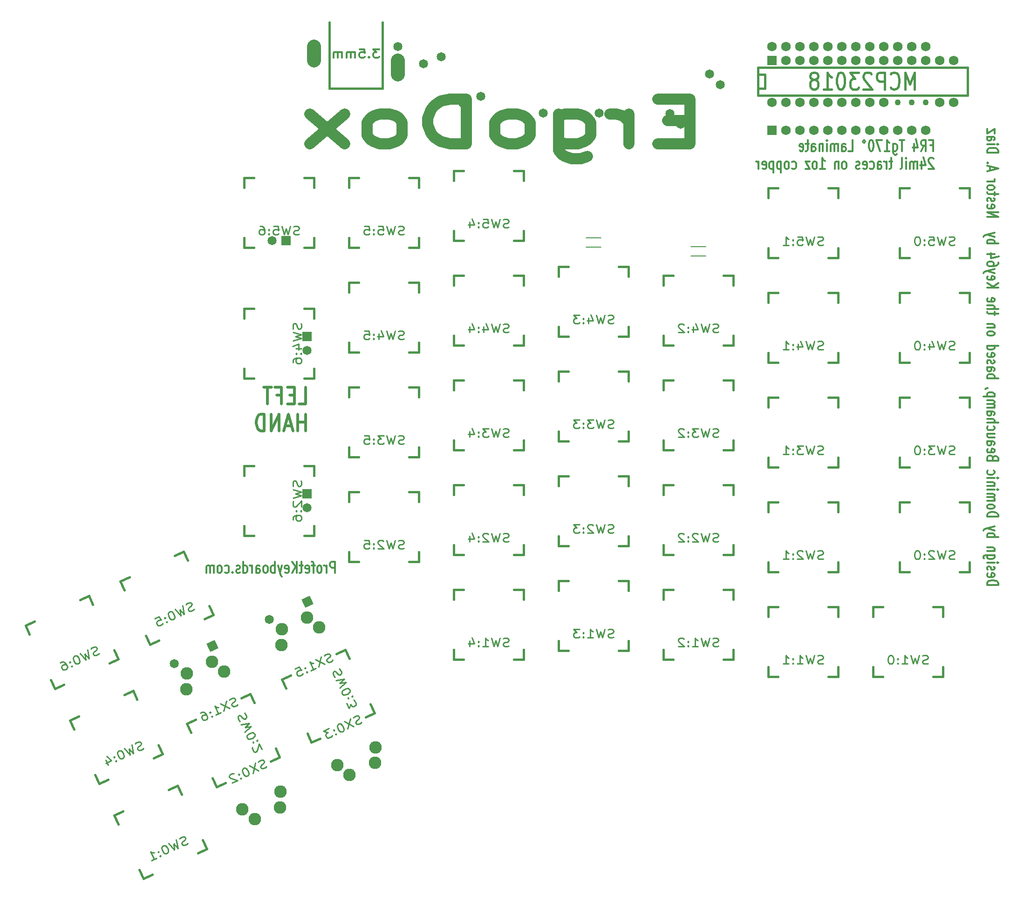
<source format=gbo>
%TF.GenerationSoftware,KiCad,Pcbnew,(6.0.5)*%
%TF.CreationDate,2022-05-21T18:25:29-06:00*%
%TF.ProjectId,ErgoDOX,4572676f-444f-4582-9e6b-696361645f70,rev?*%
%TF.SameCoordinates,Original*%
%TF.FileFunction,Legend,Bot*%
%TF.FilePolarity,Positive*%
%FSLAX46Y46*%
G04 Gerber Fmt 4.6, Leading zero omitted, Abs format (unit mm)*
G04 Created by KiCad (PCBNEW (6.0.5)) date 2022-05-21 18:25:29*
%MOMM*%
%LPD*%
G01*
G04 APERTURE LIST*
G04 Aperture macros list*
%AMRotRect*
0 Rectangle, with rotation*
0 The origin of the aperture is its center*
0 $1 length*
0 $2 width*
0 $3 Rotation angle, in degrees counterclockwise*
0 Add horizontal line*
21,1,$1,$2,0,0,$3*%
G04 Aperture macros list end*
%ADD10C,0.304800*%
%ADD11C,2.032000*%
%ADD12C,0.508000*%
%ADD13C,0.254000*%
%ADD14C,0.457200*%
%ADD15C,0.127000*%
%ADD16C,0.381000*%
%ADD17C,2.540000*%
%ADD18C,1.651000*%
%ADD19R,1.651000X1.651000*%
%ADD20C,2.286000*%
%ADD21RotRect,1.651000X1.651000X25.000000*%
%ADD22R,1.752600X1.752600*%
%ADD23C,1.752600*%
%ADD24C,1.092200*%
G04 APERTURE END LIST*
D10*
X82477714Y-130649238D02*
X82477714Y-128617238D01*
X81897142Y-128617238D01*
X81752000Y-128714000D01*
X81679428Y-128810761D01*
X81606857Y-129004285D01*
X81606857Y-129294571D01*
X81679428Y-129488095D01*
X81752000Y-129584857D01*
X81897142Y-129681619D01*
X82477714Y-129681619D01*
X80953714Y-130649238D02*
X80953714Y-129294571D01*
X80953714Y-129681619D02*
X80881142Y-129488095D01*
X80808571Y-129391333D01*
X80663428Y-129294571D01*
X80518285Y-129294571D01*
X79792571Y-130649238D02*
X79937714Y-130552476D01*
X80010285Y-130455714D01*
X80082857Y-130262190D01*
X80082857Y-129681619D01*
X80010285Y-129488095D01*
X79937714Y-129391333D01*
X79792571Y-129294571D01*
X79574857Y-129294571D01*
X79429714Y-129391333D01*
X79357142Y-129488095D01*
X79284571Y-129681619D01*
X79284571Y-130262190D01*
X79357142Y-130455714D01*
X79429714Y-130552476D01*
X79574857Y-130649238D01*
X79792571Y-130649238D01*
X78849142Y-129294571D02*
X78268571Y-129294571D01*
X78631428Y-130649238D02*
X78631428Y-128907523D01*
X78558857Y-128714000D01*
X78413714Y-128617238D01*
X78268571Y-128617238D01*
X77180000Y-130552476D02*
X77325142Y-130649238D01*
X77615428Y-130649238D01*
X77760571Y-130552476D01*
X77833142Y-130358952D01*
X77833142Y-129584857D01*
X77760571Y-129391333D01*
X77615428Y-129294571D01*
X77325142Y-129294571D01*
X77180000Y-129391333D01*
X77107428Y-129584857D01*
X77107428Y-129778380D01*
X77833142Y-129971904D01*
X76672000Y-129294571D02*
X76091428Y-129294571D01*
X76454285Y-128617238D02*
X76454285Y-130358952D01*
X76381714Y-130552476D01*
X76236571Y-130649238D01*
X76091428Y-130649238D01*
X75583428Y-130649238D02*
X75583428Y-128617238D01*
X74712571Y-130649238D02*
X75365714Y-129488095D01*
X74712571Y-128617238D02*
X75583428Y-129778380D01*
X73478857Y-130552476D02*
X73624000Y-130649238D01*
X73914285Y-130649238D01*
X74059428Y-130552476D01*
X74132000Y-130358952D01*
X74132000Y-129584857D01*
X74059428Y-129391333D01*
X73914285Y-129294571D01*
X73624000Y-129294571D01*
X73478857Y-129391333D01*
X73406285Y-129584857D01*
X73406285Y-129778380D01*
X74132000Y-129971904D01*
X72898285Y-129294571D02*
X72535428Y-130649238D01*
X72172571Y-129294571D02*
X72535428Y-130649238D01*
X72680571Y-131133047D01*
X72753142Y-131229809D01*
X72898285Y-131326571D01*
X71592000Y-130649238D02*
X71592000Y-128617238D01*
X71592000Y-129391333D02*
X71446857Y-129294571D01*
X71156571Y-129294571D01*
X71011428Y-129391333D01*
X70938857Y-129488095D01*
X70866285Y-129681619D01*
X70866285Y-130262190D01*
X70938857Y-130455714D01*
X71011428Y-130552476D01*
X71156571Y-130649238D01*
X71446857Y-130649238D01*
X71592000Y-130552476D01*
X69995428Y-130649238D02*
X70140571Y-130552476D01*
X70213142Y-130455714D01*
X70285714Y-130262190D01*
X70285714Y-129681619D01*
X70213142Y-129488095D01*
X70140571Y-129391333D01*
X69995428Y-129294571D01*
X69777714Y-129294571D01*
X69632571Y-129391333D01*
X69560000Y-129488095D01*
X69487428Y-129681619D01*
X69487428Y-130262190D01*
X69560000Y-130455714D01*
X69632571Y-130552476D01*
X69777714Y-130649238D01*
X69995428Y-130649238D01*
X68181142Y-130649238D02*
X68181142Y-129584857D01*
X68253714Y-129391333D01*
X68398857Y-129294571D01*
X68689142Y-129294571D01*
X68834285Y-129391333D01*
X68181142Y-130552476D02*
X68326285Y-130649238D01*
X68689142Y-130649238D01*
X68834285Y-130552476D01*
X68906857Y-130358952D01*
X68906857Y-130165428D01*
X68834285Y-129971904D01*
X68689142Y-129875142D01*
X68326285Y-129875142D01*
X68181142Y-129778380D01*
X67455428Y-130649238D02*
X67455428Y-129294571D01*
X67455428Y-129681619D02*
X67382857Y-129488095D01*
X67310285Y-129391333D01*
X67165142Y-129294571D01*
X67020000Y-129294571D01*
X65858857Y-130649238D02*
X65858857Y-128617238D01*
X65858857Y-130552476D02*
X66004000Y-130649238D01*
X66294285Y-130649238D01*
X66439428Y-130552476D01*
X66512000Y-130455714D01*
X66584571Y-130262190D01*
X66584571Y-129681619D01*
X66512000Y-129488095D01*
X66439428Y-129391333D01*
X66294285Y-129294571D01*
X66004000Y-129294571D01*
X65858857Y-129391333D01*
X65205714Y-130552476D02*
X65060571Y-130649238D01*
X64770285Y-130649238D01*
X64625142Y-130552476D01*
X64552571Y-130358952D01*
X64552571Y-130262190D01*
X64625142Y-130068666D01*
X64770285Y-129971904D01*
X64988000Y-129971904D01*
X65133142Y-129875142D01*
X65205714Y-129681619D01*
X65205714Y-129584857D01*
X65133142Y-129391333D01*
X64988000Y-129294571D01*
X64770285Y-129294571D01*
X64625142Y-129391333D01*
X63899428Y-130455714D02*
X63826857Y-130552476D01*
X63899428Y-130649238D01*
X63972000Y-130552476D01*
X63899428Y-130455714D01*
X63899428Y-130649238D01*
X62520571Y-130552476D02*
X62665714Y-130649238D01*
X62956000Y-130649238D01*
X63101142Y-130552476D01*
X63173714Y-130455714D01*
X63246285Y-130262190D01*
X63246285Y-129681619D01*
X63173714Y-129488095D01*
X63101142Y-129391333D01*
X62956000Y-129294571D01*
X62665714Y-129294571D01*
X62520571Y-129391333D01*
X61649714Y-130649238D02*
X61794857Y-130552476D01*
X61867428Y-130455714D01*
X61940000Y-130262190D01*
X61940000Y-129681619D01*
X61867428Y-129488095D01*
X61794857Y-129391333D01*
X61649714Y-129294571D01*
X61432000Y-129294571D01*
X61286857Y-129391333D01*
X61214285Y-129488095D01*
X61141714Y-129681619D01*
X61141714Y-130262190D01*
X61214285Y-130455714D01*
X61286857Y-130552476D01*
X61432000Y-130649238D01*
X61649714Y-130649238D01*
X60488571Y-130649238D02*
X60488571Y-129294571D01*
X60488571Y-129488095D02*
X60416000Y-129391333D01*
X60270857Y-129294571D01*
X60053142Y-129294571D01*
X59908000Y-129391333D01*
X59835428Y-129584857D01*
X59835428Y-130649238D01*
X59835428Y-129584857D02*
X59762857Y-129391333D01*
X59617714Y-129294571D01*
X59400000Y-129294571D01*
X59254857Y-129391333D01*
X59182285Y-129584857D01*
X59182285Y-130649238D01*
X201010761Y-132841999D02*
X203042761Y-132841999D01*
X203042761Y-132479142D01*
X202946000Y-132261428D01*
X202752476Y-132116285D01*
X202558952Y-132043714D01*
X202171904Y-131971142D01*
X201881619Y-131971142D01*
X201494571Y-132043714D01*
X201301047Y-132116285D01*
X201107523Y-132261428D01*
X201010761Y-132479142D01*
X201010761Y-132841999D01*
X201107523Y-130737428D02*
X201010761Y-130882571D01*
X201010761Y-131172857D01*
X201107523Y-131317999D01*
X201301047Y-131390571D01*
X202075142Y-131390571D01*
X202268666Y-131317999D01*
X202365428Y-131172857D01*
X202365428Y-130882571D01*
X202268666Y-130737428D01*
X202075142Y-130664857D01*
X201881619Y-130664857D01*
X201688095Y-131390571D01*
X201107523Y-130084285D02*
X201010761Y-129939142D01*
X201010761Y-129648857D01*
X201107523Y-129503714D01*
X201301047Y-129431142D01*
X201397809Y-129431142D01*
X201591333Y-129503714D01*
X201688095Y-129648857D01*
X201688095Y-129866571D01*
X201784857Y-130011714D01*
X201978380Y-130084285D01*
X202075142Y-130084285D01*
X202268666Y-130011714D01*
X202365428Y-129866571D01*
X202365428Y-129648857D01*
X202268666Y-129503714D01*
X201010761Y-128777999D02*
X202365428Y-128777999D01*
X203042761Y-128777999D02*
X202946000Y-128850571D01*
X202849238Y-128777999D01*
X202946000Y-128705428D01*
X203042761Y-128777999D01*
X202849238Y-128777999D01*
X202365428Y-127399142D02*
X200720476Y-127399142D01*
X200526952Y-127471714D01*
X200430190Y-127544285D01*
X200333428Y-127689428D01*
X200333428Y-127907142D01*
X200430190Y-128052285D01*
X201107523Y-127399142D02*
X201010761Y-127544285D01*
X201010761Y-127834571D01*
X201107523Y-127979714D01*
X201204285Y-128052285D01*
X201397809Y-128124857D01*
X201978380Y-128124857D01*
X202171904Y-128052285D01*
X202268666Y-127979714D01*
X202365428Y-127834571D01*
X202365428Y-127544285D01*
X202268666Y-127399142D01*
X202365428Y-126673428D02*
X201010761Y-126673428D01*
X202171904Y-126673428D02*
X202268666Y-126600857D01*
X202365428Y-126455714D01*
X202365428Y-126237999D01*
X202268666Y-126092857D01*
X202075142Y-126020285D01*
X201010761Y-126020285D01*
X201010761Y-124133428D02*
X203042761Y-124133428D01*
X202268666Y-124133428D02*
X202365428Y-123988285D01*
X202365428Y-123697999D01*
X202268666Y-123552857D01*
X202171904Y-123480285D01*
X201978380Y-123407714D01*
X201397809Y-123407714D01*
X201204285Y-123480285D01*
X201107523Y-123552857D01*
X201010761Y-123697999D01*
X201010761Y-123988285D01*
X201107523Y-124133428D01*
X202365428Y-122899714D02*
X201010761Y-122536857D01*
X202365428Y-122173999D02*
X201010761Y-122536857D01*
X200526952Y-122681999D01*
X200430190Y-122754571D01*
X200333428Y-122899714D01*
X201010761Y-120432285D02*
X203042761Y-120432285D01*
X203042761Y-120069428D01*
X202946000Y-119851714D01*
X202752476Y-119706571D01*
X202558952Y-119634000D01*
X202171904Y-119561428D01*
X201881619Y-119561428D01*
X201494571Y-119634000D01*
X201301047Y-119706571D01*
X201107523Y-119851714D01*
X201010761Y-120069428D01*
X201010761Y-120432285D01*
X201010761Y-118690571D02*
X201107523Y-118835714D01*
X201204285Y-118908285D01*
X201397809Y-118980857D01*
X201978380Y-118980857D01*
X202171904Y-118908285D01*
X202268666Y-118835714D01*
X202365428Y-118690571D01*
X202365428Y-118472857D01*
X202268666Y-118327714D01*
X202171904Y-118255142D01*
X201978380Y-118182571D01*
X201397809Y-118182571D01*
X201204285Y-118255142D01*
X201107523Y-118327714D01*
X201010761Y-118472857D01*
X201010761Y-118690571D01*
X201010761Y-117529428D02*
X202365428Y-117529428D01*
X202171904Y-117529428D02*
X202268666Y-117456857D01*
X202365428Y-117311714D01*
X202365428Y-117093999D01*
X202268666Y-116948857D01*
X202075142Y-116876285D01*
X201010761Y-116876285D01*
X202075142Y-116876285D02*
X202268666Y-116803714D01*
X202365428Y-116658571D01*
X202365428Y-116440857D01*
X202268666Y-116295714D01*
X202075142Y-116223142D01*
X201010761Y-116223142D01*
X201010761Y-115497428D02*
X202365428Y-115497428D01*
X203042761Y-115497428D02*
X202946000Y-115569999D01*
X202849238Y-115497428D01*
X202946000Y-115424857D01*
X203042761Y-115497428D01*
X202849238Y-115497428D01*
X202365428Y-114771714D02*
X201010761Y-114771714D01*
X202171904Y-114771714D02*
X202268666Y-114699142D01*
X202365428Y-114553999D01*
X202365428Y-114336285D01*
X202268666Y-114191142D01*
X202075142Y-114118571D01*
X201010761Y-114118571D01*
X201010761Y-113392857D02*
X202365428Y-113392857D01*
X203042761Y-113392857D02*
X202946000Y-113465428D01*
X202849238Y-113392857D01*
X202946000Y-113320285D01*
X203042761Y-113392857D01*
X202849238Y-113392857D01*
X201107523Y-112013999D02*
X201010761Y-112159142D01*
X201010761Y-112449428D01*
X201107523Y-112594571D01*
X201204285Y-112667142D01*
X201397809Y-112739714D01*
X201978380Y-112739714D01*
X202171904Y-112667142D01*
X202268666Y-112594571D01*
X202365428Y-112449428D01*
X202365428Y-112159142D01*
X202268666Y-112013999D01*
X202075142Y-109691714D02*
X201978380Y-109473999D01*
X201881619Y-109401428D01*
X201688095Y-109328857D01*
X201397809Y-109328857D01*
X201204285Y-109401428D01*
X201107523Y-109473999D01*
X201010761Y-109619142D01*
X201010761Y-110199714D01*
X203042761Y-110199714D01*
X203042761Y-109691714D01*
X202946000Y-109546571D01*
X202849238Y-109473999D01*
X202655714Y-109401428D01*
X202462190Y-109401428D01*
X202268666Y-109473999D01*
X202171904Y-109546571D01*
X202075142Y-109691714D01*
X202075142Y-110199714D01*
X201107523Y-108095142D02*
X201010761Y-108240285D01*
X201010761Y-108530571D01*
X201107523Y-108675714D01*
X201301047Y-108748285D01*
X202075142Y-108748285D01*
X202268666Y-108675714D01*
X202365428Y-108530571D01*
X202365428Y-108240285D01*
X202268666Y-108095142D01*
X202075142Y-108022571D01*
X201881619Y-108022571D01*
X201688095Y-108748285D01*
X201010761Y-106716285D02*
X202075142Y-106716285D01*
X202268666Y-106788857D01*
X202365428Y-106933999D01*
X202365428Y-107224285D01*
X202268666Y-107369428D01*
X201107523Y-106716285D02*
X201010761Y-106861428D01*
X201010761Y-107224285D01*
X201107523Y-107369428D01*
X201301047Y-107441999D01*
X201494571Y-107441999D01*
X201688095Y-107369428D01*
X201784857Y-107224285D01*
X201784857Y-106861428D01*
X201881619Y-106716285D01*
X202365428Y-105337428D02*
X201010761Y-105337428D01*
X202365428Y-105990571D02*
X201301047Y-105990571D01*
X201107523Y-105917999D01*
X201010761Y-105772857D01*
X201010761Y-105555142D01*
X201107523Y-105409999D01*
X201204285Y-105337428D01*
X201107523Y-103958571D02*
X201010761Y-104103714D01*
X201010761Y-104393999D01*
X201107523Y-104539142D01*
X201204285Y-104611714D01*
X201397809Y-104684285D01*
X201978380Y-104684285D01*
X202171904Y-104611714D01*
X202268666Y-104539142D01*
X202365428Y-104393999D01*
X202365428Y-104103714D01*
X202268666Y-103958571D01*
X201010761Y-103305428D02*
X203042761Y-103305428D01*
X201010761Y-102652285D02*
X202075142Y-102652285D01*
X202268666Y-102724857D01*
X202365428Y-102869999D01*
X202365428Y-103087714D01*
X202268666Y-103232857D01*
X202171904Y-103305428D01*
X201010761Y-101273428D02*
X202075142Y-101273428D01*
X202268666Y-101345999D01*
X202365428Y-101491142D01*
X202365428Y-101781428D01*
X202268666Y-101926571D01*
X201107523Y-101273428D02*
X201010761Y-101418571D01*
X201010761Y-101781428D01*
X201107523Y-101926571D01*
X201301047Y-101999142D01*
X201494571Y-101999142D01*
X201688095Y-101926571D01*
X201784857Y-101781428D01*
X201784857Y-101418571D01*
X201881619Y-101273428D01*
X201010761Y-100547714D02*
X202365428Y-100547714D01*
X202171904Y-100547714D02*
X202268666Y-100475142D01*
X202365428Y-100329999D01*
X202365428Y-100112285D01*
X202268666Y-99967142D01*
X202075142Y-99894571D01*
X201010761Y-99894571D01*
X202075142Y-99894571D02*
X202268666Y-99821999D01*
X202365428Y-99676857D01*
X202365428Y-99459142D01*
X202268666Y-99313999D01*
X202075142Y-99241428D01*
X201010761Y-99241428D01*
X202365428Y-98515714D02*
X200333428Y-98515714D01*
X202268666Y-98515714D02*
X202365428Y-98370571D01*
X202365428Y-98080285D01*
X202268666Y-97935142D01*
X202171904Y-97862571D01*
X201978380Y-97789999D01*
X201397809Y-97789999D01*
X201204285Y-97862571D01*
X201107523Y-97935142D01*
X201010761Y-98080285D01*
X201010761Y-98370571D01*
X201107523Y-98515714D01*
X201107523Y-97064285D02*
X201010761Y-97064285D01*
X200817238Y-97136857D01*
X200720476Y-97209428D01*
X201010761Y-95249999D02*
X203042761Y-95249999D01*
X202268666Y-95249999D02*
X202365428Y-95104857D01*
X202365428Y-94814571D01*
X202268666Y-94669428D01*
X202171904Y-94596857D01*
X201978380Y-94524285D01*
X201397809Y-94524285D01*
X201204285Y-94596857D01*
X201107523Y-94669428D01*
X201010761Y-94814571D01*
X201010761Y-95104857D01*
X201107523Y-95249999D01*
X201010761Y-93217999D02*
X202075142Y-93217999D01*
X202268666Y-93290571D01*
X202365428Y-93435714D01*
X202365428Y-93725999D01*
X202268666Y-93871142D01*
X201107523Y-93217999D02*
X201010761Y-93363142D01*
X201010761Y-93725999D01*
X201107523Y-93871142D01*
X201301047Y-93943714D01*
X201494571Y-93943714D01*
X201688095Y-93871142D01*
X201784857Y-93725999D01*
X201784857Y-93363142D01*
X201881619Y-93217999D01*
X201107523Y-92564857D02*
X201010761Y-92419714D01*
X201010761Y-92129428D01*
X201107523Y-91984285D01*
X201301047Y-91911714D01*
X201397809Y-91911714D01*
X201591333Y-91984285D01*
X201688095Y-92129428D01*
X201688095Y-92347142D01*
X201784857Y-92492285D01*
X201978380Y-92564857D01*
X202075142Y-92564857D01*
X202268666Y-92492285D01*
X202365428Y-92347142D01*
X202365428Y-92129428D01*
X202268666Y-91984285D01*
X201107523Y-90677999D02*
X201010761Y-90823142D01*
X201010761Y-91113428D01*
X201107523Y-91258571D01*
X201301047Y-91331142D01*
X202075142Y-91331142D01*
X202268666Y-91258571D01*
X202365428Y-91113428D01*
X202365428Y-90823142D01*
X202268666Y-90677999D01*
X202075142Y-90605428D01*
X201881619Y-90605428D01*
X201688095Y-91331142D01*
X201010761Y-89299142D02*
X203042761Y-89299142D01*
X201107523Y-89299142D02*
X201010761Y-89444285D01*
X201010761Y-89734571D01*
X201107523Y-89879714D01*
X201204285Y-89952285D01*
X201397809Y-90024857D01*
X201978380Y-90024857D01*
X202171904Y-89952285D01*
X202268666Y-89879714D01*
X202365428Y-89734571D01*
X202365428Y-89444285D01*
X202268666Y-89299142D01*
X201010761Y-87194571D02*
X201107523Y-87339714D01*
X201204285Y-87412285D01*
X201397809Y-87484857D01*
X201978380Y-87484857D01*
X202171904Y-87412285D01*
X202268666Y-87339714D01*
X202365428Y-87194571D01*
X202365428Y-86976857D01*
X202268666Y-86831714D01*
X202171904Y-86759142D01*
X201978380Y-86686571D01*
X201397809Y-86686571D01*
X201204285Y-86759142D01*
X201107523Y-86831714D01*
X201010761Y-86976857D01*
X201010761Y-87194571D01*
X202365428Y-86033428D02*
X201010761Y-86033428D01*
X202171904Y-86033428D02*
X202268666Y-85960857D01*
X202365428Y-85815714D01*
X202365428Y-85597999D01*
X202268666Y-85452857D01*
X202075142Y-85380285D01*
X201010761Y-85380285D01*
X202365428Y-83711142D02*
X202365428Y-83130571D01*
X203042761Y-83493428D02*
X201301047Y-83493428D01*
X201107523Y-83420857D01*
X201010761Y-83275714D01*
X201010761Y-83130571D01*
X201010761Y-82622571D02*
X203042761Y-82622571D01*
X201010761Y-81969428D02*
X202075142Y-81969428D01*
X202268666Y-82041999D01*
X202365428Y-82187142D01*
X202365428Y-82404857D01*
X202268666Y-82549999D01*
X202171904Y-82622571D01*
X201107523Y-80663142D02*
X201010761Y-80808285D01*
X201010761Y-81098571D01*
X201107523Y-81243714D01*
X201301047Y-81316285D01*
X202075142Y-81316285D01*
X202268666Y-81243714D01*
X202365428Y-81098571D01*
X202365428Y-80808285D01*
X202268666Y-80663142D01*
X202075142Y-80590571D01*
X201881619Y-80590571D01*
X201688095Y-81316285D01*
X201010761Y-78776285D02*
X203042761Y-78776285D01*
X201010761Y-77905428D02*
X202171904Y-78558571D01*
X203042761Y-77905428D02*
X201881619Y-78776285D01*
X201107523Y-76671714D02*
X201010761Y-76816857D01*
X201010761Y-77107142D01*
X201107523Y-77252285D01*
X201301047Y-77324857D01*
X202075142Y-77324857D01*
X202268666Y-77252285D01*
X202365428Y-77107142D01*
X202365428Y-76816857D01*
X202268666Y-76671714D01*
X202075142Y-76599142D01*
X201881619Y-76599142D01*
X201688095Y-77324857D01*
X202365428Y-76091142D02*
X201010761Y-75728285D01*
X202365428Y-75365428D02*
X201010761Y-75728285D01*
X200526952Y-75873428D01*
X200430190Y-75946000D01*
X200333428Y-76091142D01*
X203042761Y-74131714D02*
X203042761Y-74421999D01*
X202946000Y-74567142D01*
X202849238Y-74639714D01*
X202558952Y-74784857D01*
X202171904Y-74857428D01*
X201397809Y-74857428D01*
X201204285Y-74784857D01*
X201107523Y-74712285D01*
X201010761Y-74567142D01*
X201010761Y-74276857D01*
X201107523Y-74131714D01*
X201204285Y-74059142D01*
X201397809Y-73986571D01*
X201881619Y-73986571D01*
X202075142Y-74059142D01*
X202171904Y-74131714D01*
X202268666Y-74276857D01*
X202268666Y-74567142D01*
X202171904Y-74712285D01*
X202075142Y-74784857D01*
X201881619Y-74857428D01*
X202365428Y-72680285D02*
X201010761Y-72680285D01*
X203139523Y-73043142D02*
X201688095Y-73406000D01*
X201688095Y-72462571D01*
X201010761Y-70720857D02*
X203042761Y-70720857D01*
X202268666Y-70720857D02*
X202365428Y-70575714D01*
X202365428Y-70285428D01*
X202268666Y-70140285D01*
X202171904Y-70067714D01*
X201978380Y-69995142D01*
X201397809Y-69995142D01*
X201204285Y-70067714D01*
X201107523Y-70140285D01*
X201010761Y-70285428D01*
X201010761Y-70575714D01*
X201107523Y-70720857D01*
X202365428Y-69487142D02*
X201010761Y-69124285D01*
X202365428Y-68761428D02*
X201010761Y-69124285D01*
X200526952Y-69269428D01*
X200430190Y-69342000D01*
X200333428Y-69487142D01*
X201010761Y-65858571D02*
X203042761Y-65858571D01*
X201010761Y-64987714D01*
X203042761Y-64987714D01*
X201107523Y-63681428D02*
X201010761Y-63826571D01*
X201010761Y-64116857D01*
X201107523Y-64261999D01*
X201301047Y-64334571D01*
X202075142Y-64334571D01*
X202268666Y-64261999D01*
X202365428Y-64116857D01*
X202365428Y-63826571D01*
X202268666Y-63681428D01*
X202075142Y-63608857D01*
X201881619Y-63608857D01*
X201688095Y-64334571D01*
X201107523Y-63028285D02*
X201010761Y-62883142D01*
X201010761Y-62592857D01*
X201107523Y-62447714D01*
X201301047Y-62375142D01*
X201397809Y-62375142D01*
X201591333Y-62447714D01*
X201688095Y-62592857D01*
X201688095Y-62810571D01*
X201784857Y-62955714D01*
X201978380Y-63028285D01*
X202075142Y-63028285D01*
X202268666Y-62955714D01*
X202365428Y-62810571D01*
X202365428Y-62592857D01*
X202268666Y-62447714D01*
X202365428Y-61939714D02*
X202365428Y-61359142D01*
X203042761Y-61721999D02*
X201301047Y-61721999D01*
X201107523Y-61649428D01*
X201010761Y-61504285D01*
X201010761Y-61359142D01*
X201010761Y-60633428D02*
X201107523Y-60778571D01*
X201204285Y-60851142D01*
X201397809Y-60923714D01*
X201978380Y-60923714D01*
X202171904Y-60851142D01*
X202268666Y-60778571D01*
X202365428Y-60633428D01*
X202365428Y-60415714D01*
X202268666Y-60270571D01*
X202171904Y-60197999D01*
X201978380Y-60125428D01*
X201397809Y-60125428D01*
X201204285Y-60197999D01*
X201107523Y-60270571D01*
X201010761Y-60415714D01*
X201010761Y-60633428D01*
X201010761Y-59472285D02*
X202365428Y-59472285D01*
X201978380Y-59472285D02*
X202171904Y-59399714D01*
X202268666Y-59327142D01*
X202365428Y-59181999D01*
X202365428Y-59036857D01*
X201591333Y-57440285D02*
X201591333Y-56714571D01*
X201010761Y-57585428D02*
X203042761Y-57077428D01*
X201010761Y-56569428D01*
X201204285Y-56061428D02*
X201107523Y-55988857D01*
X201010761Y-56061428D01*
X201107523Y-56133999D01*
X201204285Y-56061428D01*
X201010761Y-56061428D01*
X201010761Y-54174571D02*
X203042761Y-54174571D01*
X203042761Y-53811714D01*
X202946000Y-53593999D01*
X202752476Y-53448857D01*
X202558952Y-53376285D01*
X202171904Y-53303714D01*
X201881619Y-53303714D01*
X201494571Y-53376285D01*
X201301047Y-53448857D01*
X201107523Y-53593999D01*
X201010761Y-53811714D01*
X201010761Y-54174571D01*
X201010761Y-52650571D02*
X202365428Y-52650571D01*
X203042761Y-52650571D02*
X202946000Y-52723142D01*
X202849238Y-52650571D01*
X202946000Y-52577999D01*
X203042761Y-52650571D01*
X202849238Y-52650571D01*
X201010761Y-51271714D02*
X202075142Y-51271714D01*
X202268666Y-51344285D01*
X202365428Y-51489428D01*
X202365428Y-51779714D01*
X202268666Y-51924857D01*
X201107523Y-51271714D02*
X201010761Y-51416857D01*
X201010761Y-51779714D01*
X201107523Y-51924857D01*
X201301047Y-51997428D01*
X201494571Y-51997428D01*
X201688095Y-51924857D01*
X201784857Y-51779714D01*
X201784857Y-51416857D01*
X201881619Y-51271714D01*
X202365428Y-50691142D02*
X202365428Y-49892857D01*
X201010761Y-50691142D01*
X201010761Y-49892857D01*
D11*
X146993428Y-48314428D02*
X142929428Y-48314428D01*
X141187714Y-52571952D02*
X146993428Y-52571952D01*
X146993428Y-44443952D01*
X141187714Y-44443952D01*
X135962571Y-52571952D02*
X135962571Y-47153285D01*
X135962571Y-48701476D02*
X135382000Y-47927380D01*
X134801428Y-47540333D01*
X133640285Y-47153285D01*
X132479142Y-47153285D01*
X123190000Y-47153285D02*
X123190000Y-53733095D01*
X123770571Y-54507190D01*
X124351142Y-54894238D01*
X125512285Y-55281285D01*
X127254000Y-55281285D01*
X128415142Y-54894238D01*
X123190000Y-52184904D02*
X124351142Y-52571952D01*
X126673428Y-52571952D01*
X127834571Y-52184904D01*
X128415142Y-51797857D01*
X128995714Y-51023761D01*
X128995714Y-48701476D01*
X128415142Y-47927380D01*
X127834571Y-47540333D01*
X126673428Y-47153285D01*
X124351142Y-47153285D01*
X123190000Y-47540333D01*
X115642571Y-52571952D02*
X116803714Y-52184904D01*
X117384285Y-51797857D01*
X117964857Y-51023761D01*
X117964857Y-48701476D01*
X117384285Y-47927380D01*
X116803714Y-47540333D01*
X115642571Y-47153285D01*
X113900857Y-47153285D01*
X112739714Y-47540333D01*
X112159142Y-47927380D01*
X111578571Y-48701476D01*
X111578571Y-51023761D01*
X112159142Y-51797857D01*
X112739714Y-52184904D01*
X113900857Y-52571952D01*
X115642571Y-52571952D01*
X106353428Y-52571952D02*
X106353428Y-44443952D01*
X103450571Y-44443952D01*
X101708857Y-44831000D01*
X100547714Y-45605095D01*
X99967142Y-46379190D01*
X99386571Y-47927380D01*
X99386571Y-49088523D01*
X99967142Y-50636714D01*
X100547714Y-51410809D01*
X101708857Y-52184904D01*
X103450571Y-52571952D01*
X106353428Y-52571952D01*
X92419714Y-52571952D02*
X93580857Y-52184904D01*
X94161428Y-51797857D01*
X94742000Y-51023761D01*
X94742000Y-48701476D01*
X94161428Y-47927380D01*
X93580857Y-47540333D01*
X92419714Y-47153285D01*
X90678000Y-47153285D01*
X89516857Y-47540333D01*
X88936285Y-47927380D01*
X88355714Y-48701476D01*
X88355714Y-51023761D01*
X88936285Y-51797857D01*
X89516857Y-52184904D01*
X90678000Y-52571952D01*
X92419714Y-52571952D01*
X84291714Y-52571952D02*
X77905428Y-47153285D01*
X84291714Y-47153285D02*
X77905428Y-52571952D01*
D10*
X190701022Y-52829097D02*
X191209022Y-52829097D01*
X191209022Y-53893478D02*
X191209022Y-51861478D01*
X190483308Y-51861478D01*
X189031880Y-53893478D02*
X189539880Y-52925859D01*
X189902737Y-53893478D02*
X189902737Y-51861478D01*
X189322165Y-51861478D01*
X189177022Y-51958240D01*
X189104451Y-52055001D01*
X189031880Y-52248525D01*
X189031880Y-52538811D01*
X189104451Y-52732335D01*
X189177022Y-52829097D01*
X189322165Y-52925859D01*
X189902737Y-52925859D01*
X187725594Y-52538811D02*
X187725594Y-53893478D01*
X188088451Y-51764716D02*
X188451308Y-53216144D01*
X187507880Y-53216144D01*
X185983880Y-51861478D02*
X185113022Y-51861478D01*
X185548451Y-53893478D02*
X185548451Y-51861478D01*
X183951880Y-52538811D02*
X183951880Y-54183763D01*
X184024451Y-54377287D01*
X184097022Y-54474049D01*
X184242165Y-54570811D01*
X184459880Y-54570811D01*
X184605022Y-54474049D01*
X183951880Y-53796716D02*
X184097022Y-53893478D01*
X184387308Y-53893478D01*
X184532451Y-53796716D01*
X184605022Y-53699954D01*
X184677594Y-53506430D01*
X184677594Y-52925859D01*
X184605022Y-52732335D01*
X184532451Y-52635573D01*
X184387308Y-52538811D01*
X184097022Y-52538811D01*
X183951880Y-52635573D01*
X182427880Y-53893478D02*
X183298737Y-53893478D01*
X182863308Y-53893478D02*
X182863308Y-51861478D01*
X183008451Y-52151763D01*
X183153594Y-52345287D01*
X183298737Y-52442049D01*
X181919880Y-51861478D02*
X180903880Y-51861478D01*
X181557022Y-53893478D01*
X180033022Y-51861478D02*
X179887880Y-51861478D01*
X179742737Y-51958240D01*
X179670165Y-52055001D01*
X179597594Y-52248525D01*
X179525022Y-52635573D01*
X179525022Y-53119382D01*
X179597594Y-53506430D01*
X179670165Y-53699954D01*
X179742737Y-53796716D01*
X179887880Y-53893478D01*
X180033022Y-53893478D01*
X180178165Y-53796716D01*
X180250737Y-53699954D01*
X180323308Y-53506430D01*
X180395880Y-53119382D01*
X180395880Y-52635573D01*
X180323308Y-52248525D01*
X180250737Y-52055001D01*
X180178165Y-51958240D01*
X180033022Y-51861478D01*
X178654165Y-51861478D02*
X178799308Y-51958240D01*
X178871880Y-52151763D01*
X178799308Y-52345287D01*
X178654165Y-52442049D01*
X178509022Y-52345287D01*
X178436451Y-52151763D01*
X178509022Y-51958240D01*
X178654165Y-51861478D01*
X175823880Y-53893478D02*
X176549594Y-53893478D01*
X176549594Y-51861478D01*
X174662737Y-53893478D02*
X174662737Y-52829097D01*
X174735308Y-52635573D01*
X174880451Y-52538811D01*
X175170737Y-52538811D01*
X175315880Y-52635573D01*
X174662737Y-53796716D02*
X174807880Y-53893478D01*
X175170737Y-53893478D01*
X175315880Y-53796716D01*
X175388451Y-53603192D01*
X175388451Y-53409668D01*
X175315880Y-53216144D01*
X175170737Y-53119382D01*
X174807880Y-53119382D01*
X174662737Y-53022620D01*
X173937022Y-53893478D02*
X173937022Y-52538811D01*
X173937022Y-52732335D02*
X173864451Y-52635573D01*
X173719308Y-52538811D01*
X173501594Y-52538811D01*
X173356451Y-52635573D01*
X173283880Y-52829097D01*
X173283880Y-53893478D01*
X173283880Y-52829097D02*
X173211308Y-52635573D01*
X173066165Y-52538811D01*
X172848451Y-52538811D01*
X172703308Y-52635573D01*
X172630737Y-52829097D01*
X172630737Y-53893478D01*
X171905022Y-53893478D02*
X171905022Y-52538811D01*
X171905022Y-51861478D02*
X171977594Y-51958240D01*
X171905022Y-52055001D01*
X171832451Y-51958240D01*
X171905022Y-51861478D01*
X171905022Y-52055001D01*
X171179308Y-52538811D02*
X171179308Y-53893478D01*
X171179308Y-52732335D02*
X171106737Y-52635573D01*
X170961594Y-52538811D01*
X170743880Y-52538811D01*
X170598737Y-52635573D01*
X170526165Y-52829097D01*
X170526165Y-53893478D01*
X169147308Y-53893478D02*
X169147308Y-52829097D01*
X169219880Y-52635573D01*
X169365022Y-52538811D01*
X169655308Y-52538811D01*
X169800451Y-52635573D01*
X169147308Y-53796716D02*
X169292451Y-53893478D01*
X169655308Y-53893478D01*
X169800451Y-53796716D01*
X169873022Y-53603192D01*
X169873022Y-53409668D01*
X169800451Y-53216144D01*
X169655308Y-53119382D01*
X169292451Y-53119382D01*
X169147308Y-53022620D01*
X168639308Y-52538811D02*
X168058737Y-52538811D01*
X168421594Y-51861478D02*
X168421594Y-53603192D01*
X168349022Y-53796716D01*
X168203880Y-53893478D01*
X168058737Y-53893478D01*
X166970165Y-53796716D02*
X167115308Y-53893478D01*
X167405594Y-53893478D01*
X167550737Y-53796716D01*
X167623308Y-53603192D01*
X167623308Y-52829097D01*
X167550737Y-52635573D01*
X167405594Y-52538811D01*
X167115308Y-52538811D01*
X166970165Y-52635573D01*
X166897594Y-52829097D01*
X166897594Y-53022620D01*
X167623308Y-53216144D01*
X191281594Y-55326521D02*
X191209022Y-55229760D01*
X191063880Y-55132998D01*
X190701022Y-55132998D01*
X190555880Y-55229760D01*
X190483308Y-55326521D01*
X190410737Y-55520045D01*
X190410737Y-55713569D01*
X190483308Y-56003855D01*
X191354165Y-57164998D01*
X190410737Y-57164998D01*
X189104451Y-55810331D02*
X189104451Y-57164998D01*
X189467308Y-55036236D02*
X189830165Y-56487664D01*
X188886737Y-56487664D01*
X188306165Y-57164998D02*
X188306165Y-55810331D01*
X188306165Y-56003855D02*
X188233594Y-55907093D01*
X188088451Y-55810331D01*
X187870737Y-55810331D01*
X187725594Y-55907093D01*
X187653022Y-56100617D01*
X187653022Y-57164998D01*
X187653022Y-56100617D02*
X187580451Y-55907093D01*
X187435308Y-55810331D01*
X187217594Y-55810331D01*
X187072451Y-55907093D01*
X186999880Y-56100617D01*
X186999880Y-57164998D01*
X186274165Y-57164998D02*
X186274165Y-55810331D01*
X186274165Y-55132998D02*
X186346737Y-55229760D01*
X186274165Y-55326521D01*
X186201594Y-55229760D01*
X186274165Y-55132998D01*
X186274165Y-55326521D01*
X185330737Y-57164998D02*
X185475880Y-57068236D01*
X185548451Y-56874712D01*
X185548451Y-55132998D01*
X183806737Y-55810331D02*
X183226165Y-55810331D01*
X183589022Y-55132998D02*
X183589022Y-56874712D01*
X183516451Y-57068236D01*
X183371308Y-57164998D01*
X183226165Y-57164998D01*
X182718165Y-57164998D02*
X182718165Y-55810331D01*
X182718165Y-56197379D02*
X182645594Y-56003855D01*
X182573022Y-55907093D01*
X182427880Y-55810331D01*
X182282737Y-55810331D01*
X181121594Y-57164998D02*
X181121594Y-56100617D01*
X181194165Y-55907093D01*
X181339308Y-55810331D01*
X181629594Y-55810331D01*
X181774737Y-55907093D01*
X181121594Y-57068236D02*
X181266737Y-57164998D01*
X181629594Y-57164998D01*
X181774737Y-57068236D01*
X181847308Y-56874712D01*
X181847308Y-56681188D01*
X181774737Y-56487664D01*
X181629594Y-56390902D01*
X181266737Y-56390902D01*
X181121594Y-56294140D01*
X179742737Y-57068236D02*
X179887880Y-57164998D01*
X180178165Y-57164998D01*
X180323308Y-57068236D01*
X180395880Y-56971474D01*
X180468451Y-56777950D01*
X180468451Y-56197379D01*
X180395880Y-56003855D01*
X180323308Y-55907093D01*
X180178165Y-55810331D01*
X179887880Y-55810331D01*
X179742737Y-55907093D01*
X178509022Y-57068236D02*
X178654165Y-57164998D01*
X178944451Y-57164998D01*
X179089594Y-57068236D01*
X179162165Y-56874712D01*
X179162165Y-56100617D01*
X179089594Y-55907093D01*
X178944451Y-55810331D01*
X178654165Y-55810331D01*
X178509022Y-55907093D01*
X178436451Y-56100617D01*
X178436451Y-56294140D01*
X179162165Y-56487664D01*
X177855880Y-57068236D02*
X177710737Y-57164998D01*
X177420451Y-57164998D01*
X177275308Y-57068236D01*
X177202737Y-56874712D01*
X177202737Y-56777950D01*
X177275308Y-56584426D01*
X177420451Y-56487664D01*
X177638165Y-56487664D01*
X177783308Y-56390902D01*
X177855880Y-56197379D01*
X177855880Y-56100617D01*
X177783308Y-55907093D01*
X177638165Y-55810331D01*
X177420451Y-55810331D01*
X177275308Y-55907093D01*
X175170737Y-57164998D02*
X175315880Y-57068236D01*
X175388451Y-56971474D01*
X175461022Y-56777950D01*
X175461022Y-56197379D01*
X175388451Y-56003855D01*
X175315880Y-55907093D01*
X175170737Y-55810331D01*
X174953022Y-55810331D01*
X174807880Y-55907093D01*
X174735308Y-56003855D01*
X174662737Y-56197379D01*
X174662737Y-56777950D01*
X174735308Y-56971474D01*
X174807880Y-57068236D01*
X174953022Y-57164998D01*
X175170737Y-57164998D01*
X174009594Y-55810331D02*
X174009594Y-57164998D01*
X174009594Y-56003855D02*
X173937022Y-55907093D01*
X173791880Y-55810331D01*
X173574165Y-55810331D01*
X173429022Y-55907093D01*
X173356451Y-56100617D01*
X173356451Y-57164998D01*
X170671308Y-57164998D02*
X171542165Y-57164998D01*
X171106737Y-57164998D02*
X171106737Y-55132998D01*
X171251880Y-55423283D01*
X171397022Y-55616807D01*
X171542165Y-55713569D01*
X169800451Y-57164998D02*
X169945594Y-57068236D01*
X170018165Y-56971474D01*
X170090737Y-56777950D01*
X170090737Y-56197379D01*
X170018165Y-56003855D01*
X169945594Y-55907093D01*
X169800451Y-55810331D01*
X169582737Y-55810331D01*
X169437594Y-55907093D01*
X169365022Y-56003855D01*
X169292451Y-56197379D01*
X169292451Y-56777950D01*
X169365022Y-56971474D01*
X169437594Y-57068236D01*
X169582737Y-57164998D01*
X169800451Y-57164998D01*
X168784451Y-55810331D02*
X167986165Y-55810331D01*
X168784451Y-57164998D01*
X167986165Y-57164998D01*
X165591308Y-57068236D02*
X165736451Y-57164998D01*
X166026737Y-57164998D01*
X166171880Y-57068236D01*
X166244451Y-56971474D01*
X166317022Y-56777950D01*
X166317022Y-56197379D01*
X166244451Y-56003855D01*
X166171880Y-55907093D01*
X166026737Y-55810331D01*
X165736451Y-55810331D01*
X165591308Y-55907093D01*
X164720451Y-57164998D02*
X164865594Y-57068236D01*
X164938165Y-56971474D01*
X165010737Y-56777950D01*
X165010737Y-56197379D01*
X164938165Y-56003855D01*
X164865594Y-55907093D01*
X164720451Y-55810331D01*
X164502737Y-55810331D01*
X164357594Y-55907093D01*
X164285022Y-56003855D01*
X164212451Y-56197379D01*
X164212451Y-56777950D01*
X164285022Y-56971474D01*
X164357594Y-57068236D01*
X164502737Y-57164998D01*
X164720451Y-57164998D01*
X163559308Y-55810331D02*
X163559308Y-57842331D01*
X163559308Y-55907093D02*
X163414165Y-55810331D01*
X163123880Y-55810331D01*
X162978737Y-55907093D01*
X162906165Y-56003855D01*
X162833594Y-56197379D01*
X162833594Y-56777950D01*
X162906165Y-56971474D01*
X162978737Y-57068236D01*
X163123880Y-57164998D01*
X163414165Y-57164998D01*
X163559308Y-57068236D01*
X162180451Y-55810331D02*
X162180451Y-57842331D01*
X162180451Y-55907093D02*
X162035308Y-55810331D01*
X161745022Y-55810331D01*
X161599880Y-55907093D01*
X161527308Y-56003855D01*
X161454737Y-56197379D01*
X161454737Y-56777950D01*
X161527308Y-56971474D01*
X161599880Y-57068236D01*
X161745022Y-57164998D01*
X162035308Y-57164998D01*
X162180451Y-57068236D01*
X160221022Y-57068236D02*
X160366165Y-57164998D01*
X160656451Y-57164998D01*
X160801594Y-57068236D01*
X160874165Y-56874712D01*
X160874165Y-56100617D01*
X160801594Y-55907093D01*
X160656451Y-55810331D01*
X160366165Y-55810331D01*
X160221022Y-55907093D01*
X160148451Y-56100617D01*
X160148451Y-56294140D01*
X160874165Y-56487664D01*
X159495308Y-57164998D02*
X159495308Y-55810331D01*
X159495308Y-56197379D02*
X159422737Y-56003855D01*
X159350165Y-55907093D01*
X159205022Y-55810331D01*
X159059880Y-55810331D01*
D12*
X75960514Y-99890217D02*
X77170038Y-99890217D01*
X77170038Y-96842217D01*
X75113847Y-98293645D02*
X74267180Y-98293645D01*
X73904323Y-99890217D02*
X75113847Y-99890217D01*
X75113847Y-96842217D01*
X73904323Y-96842217D01*
X71969085Y-98293645D02*
X72815752Y-98293645D01*
X72815752Y-99890217D02*
X72815752Y-96842217D01*
X71606228Y-96842217D01*
X71001466Y-96842217D02*
X69550038Y-96842217D01*
X70275752Y-99890217D02*
X70275752Y-96842217D01*
X77170038Y-104797497D02*
X77170038Y-101749497D01*
X77170038Y-103200925D02*
X75718609Y-103200925D01*
X75718609Y-104797497D02*
X75718609Y-101749497D01*
X74630038Y-103926640D02*
X73420514Y-103926640D01*
X74871942Y-104797497D02*
X74025276Y-101749497D01*
X73178609Y-104797497D01*
X72331942Y-104797497D02*
X72331942Y-101749497D01*
X70880514Y-104797497D01*
X70880514Y-101749497D01*
X69670990Y-104797497D02*
X69670990Y-101749497D01*
X69066228Y-101749497D01*
X68703371Y-101894640D01*
X68461466Y-102184925D01*
X68340514Y-102475211D01*
X68219561Y-103055782D01*
X68219561Y-103491211D01*
X68340514Y-104071782D01*
X68461466Y-104362068D01*
X68703371Y-104652354D01*
X69066228Y-104797497D01*
X69670990Y-104797497D01*
D13*
%TO.C,SW1:13*%
X190330666Y-147121517D02*
X190076666Y-147194088D01*
X189653333Y-147194088D01*
X189484000Y-147121517D01*
X189399333Y-147048945D01*
X189314666Y-146903802D01*
X189314666Y-146758660D01*
X189399333Y-146613517D01*
X189484000Y-146540945D01*
X189653333Y-146468374D01*
X189992000Y-146395802D01*
X190161333Y-146323231D01*
X190246000Y-146250660D01*
X190330666Y-146105517D01*
X190330666Y-145960374D01*
X190246000Y-145815231D01*
X190161333Y-145742660D01*
X189992000Y-145670088D01*
X189568666Y-145670088D01*
X189314666Y-145742660D01*
X188722000Y-145670088D02*
X188298666Y-147194088D01*
X187960000Y-146105517D01*
X187621333Y-147194088D01*
X187198000Y-145670088D01*
X185589333Y-147194088D02*
X186605333Y-147194088D01*
X186097333Y-147194088D02*
X186097333Y-145670088D01*
X186266666Y-145887802D01*
X186436000Y-146032945D01*
X186605333Y-146105517D01*
X184827333Y-147048945D02*
X184742666Y-147121517D01*
X184827333Y-147194088D01*
X184912000Y-147121517D01*
X184827333Y-147048945D01*
X184827333Y-147194088D01*
X184827333Y-146250660D02*
X184742666Y-146323231D01*
X184827333Y-146395802D01*
X184912000Y-146323231D01*
X184827333Y-146250660D01*
X184827333Y-146395802D01*
X183642000Y-145670088D02*
X183472666Y-145670088D01*
X183303333Y-145742660D01*
X183218666Y-145815231D01*
X183134000Y-145960374D01*
X183049333Y-146250660D01*
X183049333Y-146613517D01*
X183134000Y-146903802D01*
X183218666Y-147048945D01*
X183303333Y-147121517D01*
X183472666Y-147194088D01*
X183642000Y-147194088D01*
X183811333Y-147121517D01*
X183896000Y-147048945D01*
X183980666Y-146903802D01*
X184065333Y-146613517D01*
X184065333Y-146250660D01*
X183980666Y-145960374D01*
X183896000Y-145815231D01*
X183811333Y-145742660D01*
X183642000Y-145670088D01*
%TO.C,SW1:10*%
X133180666Y-142348857D02*
X132926666Y-142421428D01*
X132503333Y-142421428D01*
X132334000Y-142348857D01*
X132249333Y-142276285D01*
X132164666Y-142131142D01*
X132164666Y-141986000D01*
X132249333Y-141840857D01*
X132334000Y-141768285D01*
X132503333Y-141695714D01*
X132842000Y-141623142D01*
X133011333Y-141550571D01*
X133096000Y-141478000D01*
X133180666Y-141332857D01*
X133180666Y-141187714D01*
X133096000Y-141042571D01*
X133011333Y-140970000D01*
X132842000Y-140897428D01*
X132418666Y-140897428D01*
X132164666Y-140970000D01*
X131572000Y-140897428D02*
X131148666Y-142421428D01*
X130810000Y-141332857D01*
X130471333Y-142421428D01*
X130048000Y-140897428D01*
X128439333Y-142421428D02*
X129455333Y-142421428D01*
X128947333Y-142421428D02*
X128947333Y-140897428D01*
X129116666Y-141115142D01*
X129286000Y-141260285D01*
X129455333Y-141332857D01*
X127677333Y-142276285D02*
X127592666Y-142348857D01*
X127677333Y-142421428D01*
X127762000Y-142348857D01*
X127677333Y-142276285D01*
X127677333Y-142421428D01*
X127677333Y-141478000D02*
X127592666Y-141550571D01*
X127677333Y-141623142D01*
X127762000Y-141550571D01*
X127677333Y-141478000D01*
X127677333Y-141623142D01*
X127000000Y-140897428D02*
X125899333Y-140897428D01*
X126492000Y-141478000D01*
X126238000Y-141478000D01*
X126068666Y-141550571D01*
X125984000Y-141623142D01*
X125899333Y-141768285D01*
X125899333Y-142131142D01*
X125984000Y-142276285D01*
X126068666Y-142348857D01*
X126238000Y-142421428D01*
X126746000Y-142421428D01*
X126915333Y-142348857D01*
X127000000Y-142276285D01*
%TO.C,SW1:9*%
X114130666Y-143946517D02*
X113876666Y-144019088D01*
X113453333Y-144019088D01*
X113284000Y-143946517D01*
X113199333Y-143873945D01*
X113114666Y-143728802D01*
X113114666Y-143583660D01*
X113199333Y-143438517D01*
X113284000Y-143365945D01*
X113453333Y-143293374D01*
X113792000Y-143220802D01*
X113961333Y-143148231D01*
X114046000Y-143075660D01*
X114130666Y-142930517D01*
X114130666Y-142785374D01*
X114046000Y-142640231D01*
X113961333Y-142567660D01*
X113792000Y-142495088D01*
X113368666Y-142495088D01*
X113114666Y-142567660D01*
X112522000Y-142495088D02*
X112098666Y-144019088D01*
X111760000Y-142930517D01*
X111421333Y-144019088D01*
X110998000Y-142495088D01*
X109389333Y-144019088D02*
X110405333Y-144019088D01*
X109897333Y-144019088D02*
X109897333Y-142495088D01*
X110066666Y-142712802D01*
X110236000Y-142857945D01*
X110405333Y-142930517D01*
X108627333Y-143873945D02*
X108542666Y-143946517D01*
X108627333Y-144019088D01*
X108712000Y-143946517D01*
X108627333Y-143873945D01*
X108627333Y-144019088D01*
X108627333Y-143075660D02*
X108542666Y-143148231D01*
X108627333Y-143220802D01*
X108712000Y-143148231D01*
X108627333Y-143075660D01*
X108627333Y-143220802D01*
X107018666Y-143003088D02*
X107018666Y-144019088D01*
X107442000Y-142422517D02*
X107865333Y-143511088D01*
X106764666Y-143511088D01*
%TO.C,SW2:13*%
X195093166Y-128071517D02*
X194839166Y-128144088D01*
X194415833Y-128144088D01*
X194246500Y-128071517D01*
X194161833Y-127998945D01*
X194077166Y-127853802D01*
X194077166Y-127708660D01*
X194161833Y-127563517D01*
X194246500Y-127490945D01*
X194415833Y-127418374D01*
X194754500Y-127345802D01*
X194923833Y-127273231D01*
X195008500Y-127200660D01*
X195093166Y-127055517D01*
X195093166Y-126910374D01*
X195008500Y-126765231D01*
X194923833Y-126692660D01*
X194754500Y-126620088D01*
X194331166Y-126620088D01*
X194077166Y-126692660D01*
X193484500Y-126620088D02*
X193061166Y-128144088D01*
X192722500Y-127055517D01*
X192383833Y-128144088D01*
X191960500Y-126620088D01*
X191367833Y-126765231D02*
X191283166Y-126692660D01*
X191113833Y-126620088D01*
X190690500Y-126620088D01*
X190521166Y-126692660D01*
X190436500Y-126765231D01*
X190351833Y-126910374D01*
X190351833Y-127055517D01*
X190436500Y-127273231D01*
X191452500Y-128144088D01*
X190351833Y-128144088D01*
X189589833Y-127998945D02*
X189505166Y-128071517D01*
X189589833Y-128144088D01*
X189674500Y-128071517D01*
X189589833Y-127998945D01*
X189589833Y-128144088D01*
X189589833Y-127200660D02*
X189505166Y-127273231D01*
X189589833Y-127345802D01*
X189674500Y-127273231D01*
X189589833Y-127200660D01*
X189589833Y-127345802D01*
X188404500Y-126620088D02*
X188235166Y-126620088D01*
X188065833Y-126692660D01*
X187981166Y-126765231D01*
X187896500Y-126910374D01*
X187811833Y-127200660D01*
X187811833Y-127563517D01*
X187896500Y-127853802D01*
X187981166Y-127998945D01*
X188065833Y-128071517D01*
X188235166Y-128144088D01*
X188404500Y-128144088D01*
X188573833Y-128071517D01*
X188658500Y-127998945D01*
X188743166Y-127853802D01*
X188827833Y-127563517D01*
X188827833Y-127200660D01*
X188743166Y-126910374D01*
X188658500Y-126765231D01*
X188573833Y-126692660D01*
X188404500Y-126620088D01*
%TO.C,SW2:10*%
X133180666Y-123298857D02*
X132926666Y-123371428D01*
X132503333Y-123371428D01*
X132334000Y-123298857D01*
X132249333Y-123226285D01*
X132164666Y-123081142D01*
X132164666Y-122936000D01*
X132249333Y-122790857D01*
X132334000Y-122718285D01*
X132503333Y-122645714D01*
X132842000Y-122573142D01*
X133011333Y-122500571D01*
X133096000Y-122428000D01*
X133180666Y-122282857D01*
X133180666Y-122137714D01*
X133096000Y-121992571D01*
X133011333Y-121920000D01*
X132842000Y-121847428D01*
X132418666Y-121847428D01*
X132164666Y-121920000D01*
X131572000Y-121847428D02*
X131148666Y-123371428D01*
X130810000Y-122282857D01*
X130471333Y-123371428D01*
X130048000Y-121847428D01*
X129455333Y-121992571D02*
X129370666Y-121920000D01*
X129201333Y-121847428D01*
X128778000Y-121847428D01*
X128608666Y-121920000D01*
X128524000Y-121992571D01*
X128439333Y-122137714D01*
X128439333Y-122282857D01*
X128524000Y-122500571D01*
X129540000Y-123371428D01*
X128439333Y-123371428D01*
X127677333Y-123226285D02*
X127592666Y-123298857D01*
X127677333Y-123371428D01*
X127762000Y-123298857D01*
X127677333Y-123226285D01*
X127677333Y-123371428D01*
X127677333Y-122428000D02*
X127592666Y-122500571D01*
X127677333Y-122573142D01*
X127762000Y-122500571D01*
X127677333Y-122428000D01*
X127677333Y-122573142D01*
X127000000Y-121847428D02*
X125899333Y-121847428D01*
X126492000Y-122428000D01*
X126238000Y-122428000D01*
X126068666Y-122500571D01*
X125984000Y-122573142D01*
X125899333Y-122718285D01*
X125899333Y-123081142D01*
X125984000Y-123226285D01*
X126068666Y-123298857D01*
X126238000Y-123371428D01*
X126746000Y-123371428D01*
X126915333Y-123298857D01*
X127000000Y-123226285D01*
%TO.C,SW2:9*%
X114130666Y-124896517D02*
X113876666Y-124969088D01*
X113453333Y-124969088D01*
X113284000Y-124896517D01*
X113199333Y-124823945D01*
X113114666Y-124678802D01*
X113114666Y-124533660D01*
X113199333Y-124388517D01*
X113284000Y-124315945D01*
X113453333Y-124243374D01*
X113792000Y-124170802D01*
X113961333Y-124098231D01*
X114046000Y-124025660D01*
X114130666Y-123880517D01*
X114130666Y-123735374D01*
X114046000Y-123590231D01*
X113961333Y-123517660D01*
X113792000Y-123445088D01*
X113368666Y-123445088D01*
X113114666Y-123517660D01*
X112522000Y-123445088D02*
X112098666Y-124969088D01*
X111760000Y-123880517D01*
X111421333Y-124969088D01*
X110998000Y-123445088D01*
X110405333Y-123590231D02*
X110320666Y-123517660D01*
X110151333Y-123445088D01*
X109728000Y-123445088D01*
X109558666Y-123517660D01*
X109474000Y-123590231D01*
X109389333Y-123735374D01*
X109389333Y-123880517D01*
X109474000Y-124098231D01*
X110490000Y-124969088D01*
X109389333Y-124969088D01*
X108627333Y-124823945D02*
X108542666Y-124896517D01*
X108627333Y-124969088D01*
X108712000Y-124896517D01*
X108627333Y-124823945D01*
X108627333Y-124969088D01*
X108627333Y-124025660D02*
X108542666Y-124098231D01*
X108627333Y-124170802D01*
X108712000Y-124098231D01*
X108627333Y-124025660D01*
X108627333Y-124170802D01*
X107018666Y-123953088D02*
X107018666Y-124969088D01*
X107442000Y-123372517D02*
X107865333Y-124461088D01*
X106764666Y-124461088D01*
%TO.C,SW2:7*%
X76308857Y-113844493D02*
X76381428Y-114098493D01*
X76381428Y-114521826D01*
X76308857Y-114691160D01*
X76236285Y-114775826D01*
X76091142Y-114860493D01*
X75946000Y-114860493D01*
X75800857Y-114775826D01*
X75728285Y-114691160D01*
X75655714Y-114521826D01*
X75583142Y-114183160D01*
X75510571Y-114013826D01*
X75438000Y-113929160D01*
X75292857Y-113844493D01*
X75147714Y-113844493D01*
X75002571Y-113929160D01*
X74930000Y-114013826D01*
X74857428Y-114183160D01*
X74857428Y-114606493D01*
X74930000Y-114860493D01*
X74857428Y-115453160D02*
X76381428Y-115876493D01*
X75292857Y-116215160D01*
X76381428Y-116553826D01*
X74857428Y-116977160D01*
X75002571Y-117569826D02*
X74930000Y-117654493D01*
X74857428Y-117823826D01*
X74857428Y-118247160D01*
X74930000Y-118416493D01*
X75002571Y-118501160D01*
X75147714Y-118585826D01*
X75292857Y-118585826D01*
X75510571Y-118501160D01*
X76381428Y-117485160D01*
X76381428Y-118585826D01*
X76236285Y-119347826D02*
X76308857Y-119432493D01*
X76381428Y-119347826D01*
X76308857Y-119263160D01*
X76236285Y-119347826D01*
X76381428Y-119347826D01*
X75438000Y-119347826D02*
X75510571Y-119432493D01*
X75583142Y-119347826D01*
X75510571Y-119263160D01*
X75438000Y-119347826D01*
X75583142Y-119347826D01*
X74857428Y-120956493D02*
X74857428Y-120617826D01*
X74930000Y-120448493D01*
X75002571Y-120363826D01*
X75220285Y-120194493D01*
X75510571Y-120109826D01*
X76091142Y-120109826D01*
X76236285Y-120194493D01*
X76308857Y-120279160D01*
X76381428Y-120448493D01*
X76381428Y-120787160D01*
X76308857Y-120956493D01*
X76236285Y-121041160D01*
X76091142Y-121125826D01*
X75728285Y-121125826D01*
X75583142Y-121041160D01*
X75510571Y-120956493D01*
X75438000Y-120787160D01*
X75438000Y-120448493D01*
X75510571Y-120279160D01*
X75583142Y-120194493D01*
X75728285Y-120109826D01*
%TO.C,SW3:13*%
X195093166Y-109021517D02*
X194839166Y-109094088D01*
X194415833Y-109094088D01*
X194246500Y-109021517D01*
X194161833Y-108948945D01*
X194077166Y-108803802D01*
X194077166Y-108658660D01*
X194161833Y-108513517D01*
X194246500Y-108440945D01*
X194415833Y-108368374D01*
X194754500Y-108295802D01*
X194923833Y-108223231D01*
X195008500Y-108150660D01*
X195093166Y-108005517D01*
X195093166Y-107860374D01*
X195008500Y-107715231D01*
X194923833Y-107642660D01*
X194754500Y-107570088D01*
X194331166Y-107570088D01*
X194077166Y-107642660D01*
X193484500Y-107570088D02*
X193061166Y-109094088D01*
X192722500Y-108005517D01*
X192383833Y-109094088D01*
X191960500Y-107570088D01*
X191452500Y-107570088D02*
X190351833Y-107570088D01*
X190944500Y-108150660D01*
X190690500Y-108150660D01*
X190521166Y-108223231D01*
X190436500Y-108295802D01*
X190351833Y-108440945D01*
X190351833Y-108803802D01*
X190436500Y-108948945D01*
X190521166Y-109021517D01*
X190690500Y-109094088D01*
X191198500Y-109094088D01*
X191367833Y-109021517D01*
X191452500Y-108948945D01*
X189589833Y-108948945D02*
X189505166Y-109021517D01*
X189589833Y-109094088D01*
X189674500Y-109021517D01*
X189589833Y-108948945D01*
X189589833Y-109094088D01*
X189589833Y-108150660D02*
X189505166Y-108223231D01*
X189589833Y-108295802D01*
X189674500Y-108223231D01*
X189589833Y-108150660D01*
X189589833Y-108295802D01*
X188404500Y-107570088D02*
X188235166Y-107570088D01*
X188065833Y-107642660D01*
X187981166Y-107715231D01*
X187896500Y-107860374D01*
X187811833Y-108150660D01*
X187811833Y-108513517D01*
X187896500Y-108803802D01*
X187981166Y-108948945D01*
X188065833Y-109021517D01*
X188235166Y-109094088D01*
X188404500Y-109094088D01*
X188573833Y-109021517D01*
X188658500Y-108948945D01*
X188743166Y-108803802D01*
X188827833Y-108513517D01*
X188827833Y-108150660D01*
X188743166Y-107860374D01*
X188658500Y-107715231D01*
X188573833Y-107642660D01*
X188404500Y-107570088D01*
%TO.C,SW3:11*%
X152230666Y-105846517D02*
X151976666Y-105919088D01*
X151553333Y-105919088D01*
X151384000Y-105846517D01*
X151299333Y-105773945D01*
X151214666Y-105628802D01*
X151214666Y-105483660D01*
X151299333Y-105338517D01*
X151384000Y-105265945D01*
X151553333Y-105193374D01*
X151892000Y-105120802D01*
X152061333Y-105048231D01*
X152146000Y-104975660D01*
X152230666Y-104830517D01*
X152230666Y-104685374D01*
X152146000Y-104540231D01*
X152061333Y-104467660D01*
X151892000Y-104395088D01*
X151468666Y-104395088D01*
X151214666Y-104467660D01*
X150622000Y-104395088D02*
X150198666Y-105919088D01*
X149860000Y-104830517D01*
X149521333Y-105919088D01*
X149098000Y-104395088D01*
X148590000Y-104395088D02*
X147489333Y-104395088D01*
X148082000Y-104975660D01*
X147828000Y-104975660D01*
X147658666Y-105048231D01*
X147574000Y-105120802D01*
X147489333Y-105265945D01*
X147489333Y-105628802D01*
X147574000Y-105773945D01*
X147658666Y-105846517D01*
X147828000Y-105919088D01*
X148336000Y-105919088D01*
X148505333Y-105846517D01*
X148590000Y-105773945D01*
X146727333Y-105773945D02*
X146642666Y-105846517D01*
X146727333Y-105919088D01*
X146812000Y-105846517D01*
X146727333Y-105773945D01*
X146727333Y-105919088D01*
X146727333Y-104975660D02*
X146642666Y-105048231D01*
X146727333Y-105120802D01*
X146812000Y-105048231D01*
X146727333Y-104975660D01*
X146727333Y-105120802D01*
X145965333Y-104540231D02*
X145880666Y-104467660D01*
X145711333Y-104395088D01*
X145288000Y-104395088D01*
X145118666Y-104467660D01*
X145034000Y-104540231D01*
X144949333Y-104685374D01*
X144949333Y-104830517D01*
X145034000Y-105048231D01*
X146050000Y-105919088D01*
X144949333Y-105919088D01*
%TO.C,SW3:10*%
X133180666Y-104248857D02*
X132926666Y-104321428D01*
X132503333Y-104321428D01*
X132334000Y-104248857D01*
X132249333Y-104176285D01*
X132164666Y-104031142D01*
X132164666Y-103886000D01*
X132249333Y-103740857D01*
X132334000Y-103668285D01*
X132503333Y-103595714D01*
X132842000Y-103523142D01*
X133011333Y-103450571D01*
X133096000Y-103378000D01*
X133180666Y-103232857D01*
X133180666Y-103087714D01*
X133096000Y-102942571D01*
X133011333Y-102870000D01*
X132842000Y-102797428D01*
X132418666Y-102797428D01*
X132164666Y-102870000D01*
X131572000Y-102797428D02*
X131148666Y-104321428D01*
X130810000Y-103232857D01*
X130471333Y-104321428D01*
X130048000Y-102797428D01*
X129540000Y-102797428D02*
X128439333Y-102797428D01*
X129032000Y-103378000D01*
X128778000Y-103378000D01*
X128608666Y-103450571D01*
X128524000Y-103523142D01*
X128439333Y-103668285D01*
X128439333Y-104031142D01*
X128524000Y-104176285D01*
X128608666Y-104248857D01*
X128778000Y-104321428D01*
X129286000Y-104321428D01*
X129455333Y-104248857D01*
X129540000Y-104176285D01*
X127677333Y-104176285D02*
X127592666Y-104248857D01*
X127677333Y-104321428D01*
X127762000Y-104248857D01*
X127677333Y-104176285D01*
X127677333Y-104321428D01*
X127677333Y-103378000D02*
X127592666Y-103450571D01*
X127677333Y-103523142D01*
X127762000Y-103450571D01*
X127677333Y-103378000D01*
X127677333Y-103523142D01*
X127000000Y-102797428D02*
X125899333Y-102797428D01*
X126492000Y-103378000D01*
X126238000Y-103378000D01*
X126068666Y-103450571D01*
X125984000Y-103523142D01*
X125899333Y-103668285D01*
X125899333Y-104031142D01*
X125984000Y-104176285D01*
X126068666Y-104248857D01*
X126238000Y-104321428D01*
X126746000Y-104321428D01*
X126915333Y-104248857D01*
X127000000Y-104176285D01*
%TO.C,SW3:9*%
X114130666Y-105846517D02*
X113876666Y-105919088D01*
X113453333Y-105919088D01*
X113284000Y-105846517D01*
X113199333Y-105773945D01*
X113114666Y-105628802D01*
X113114666Y-105483660D01*
X113199333Y-105338517D01*
X113284000Y-105265945D01*
X113453333Y-105193374D01*
X113792000Y-105120802D01*
X113961333Y-105048231D01*
X114046000Y-104975660D01*
X114130666Y-104830517D01*
X114130666Y-104685374D01*
X114046000Y-104540231D01*
X113961333Y-104467660D01*
X113792000Y-104395088D01*
X113368666Y-104395088D01*
X113114666Y-104467660D01*
X112522000Y-104395088D02*
X112098666Y-105919088D01*
X111760000Y-104830517D01*
X111421333Y-105919088D01*
X110998000Y-104395088D01*
X110490000Y-104395088D02*
X109389333Y-104395088D01*
X109982000Y-104975660D01*
X109728000Y-104975660D01*
X109558666Y-105048231D01*
X109474000Y-105120802D01*
X109389333Y-105265945D01*
X109389333Y-105628802D01*
X109474000Y-105773945D01*
X109558666Y-105846517D01*
X109728000Y-105919088D01*
X110236000Y-105919088D01*
X110405333Y-105846517D01*
X110490000Y-105773945D01*
X108627333Y-105773945D02*
X108542666Y-105846517D01*
X108627333Y-105919088D01*
X108712000Y-105846517D01*
X108627333Y-105773945D01*
X108627333Y-105919088D01*
X108627333Y-104975660D02*
X108542666Y-105048231D01*
X108627333Y-105120802D01*
X108712000Y-105048231D01*
X108627333Y-104975660D01*
X108627333Y-105120802D01*
X107018666Y-104903088D02*
X107018666Y-105919088D01*
X107442000Y-104322517D02*
X107865333Y-105411088D01*
X106764666Y-105411088D01*
%TO.C,SW3:8*%
X95080666Y-107116517D02*
X94826666Y-107189088D01*
X94403333Y-107189088D01*
X94234000Y-107116517D01*
X94149333Y-107043945D01*
X94064666Y-106898802D01*
X94064666Y-106753660D01*
X94149333Y-106608517D01*
X94234000Y-106535945D01*
X94403333Y-106463374D01*
X94742000Y-106390802D01*
X94911333Y-106318231D01*
X94996000Y-106245660D01*
X95080666Y-106100517D01*
X95080666Y-105955374D01*
X94996000Y-105810231D01*
X94911333Y-105737660D01*
X94742000Y-105665088D01*
X94318666Y-105665088D01*
X94064666Y-105737660D01*
X93472000Y-105665088D02*
X93048666Y-107189088D01*
X92710000Y-106100517D01*
X92371333Y-107189088D01*
X91948000Y-105665088D01*
X91440000Y-105665088D02*
X90339333Y-105665088D01*
X90932000Y-106245660D01*
X90678000Y-106245660D01*
X90508666Y-106318231D01*
X90424000Y-106390802D01*
X90339333Y-106535945D01*
X90339333Y-106898802D01*
X90424000Y-107043945D01*
X90508666Y-107116517D01*
X90678000Y-107189088D01*
X91186000Y-107189088D01*
X91355333Y-107116517D01*
X91440000Y-107043945D01*
X89577333Y-107043945D02*
X89492666Y-107116517D01*
X89577333Y-107189088D01*
X89662000Y-107116517D01*
X89577333Y-107043945D01*
X89577333Y-107189088D01*
X89577333Y-106245660D02*
X89492666Y-106318231D01*
X89577333Y-106390802D01*
X89662000Y-106318231D01*
X89577333Y-106245660D01*
X89577333Y-106390802D01*
X87884000Y-105665088D02*
X88730666Y-105665088D01*
X88815333Y-106390802D01*
X88730666Y-106318231D01*
X88561333Y-106245660D01*
X88138000Y-106245660D01*
X87968666Y-106318231D01*
X87884000Y-106390802D01*
X87799333Y-106535945D01*
X87799333Y-106898802D01*
X87884000Y-107043945D01*
X87968666Y-107116517D01*
X88138000Y-107189088D01*
X88561333Y-107189088D01*
X88730666Y-107116517D01*
X88815333Y-107043945D01*
%TO.C,SW4:13*%
X195093166Y-89971517D02*
X194839166Y-90044088D01*
X194415833Y-90044088D01*
X194246500Y-89971517D01*
X194161833Y-89898945D01*
X194077166Y-89753802D01*
X194077166Y-89608660D01*
X194161833Y-89463517D01*
X194246500Y-89390945D01*
X194415833Y-89318374D01*
X194754500Y-89245802D01*
X194923833Y-89173231D01*
X195008500Y-89100660D01*
X195093166Y-88955517D01*
X195093166Y-88810374D01*
X195008500Y-88665231D01*
X194923833Y-88592660D01*
X194754500Y-88520088D01*
X194331166Y-88520088D01*
X194077166Y-88592660D01*
X193484500Y-88520088D02*
X193061166Y-90044088D01*
X192722500Y-88955517D01*
X192383833Y-90044088D01*
X191960500Y-88520088D01*
X190521166Y-89028088D02*
X190521166Y-90044088D01*
X190944500Y-88447517D02*
X191367833Y-89536088D01*
X190267166Y-89536088D01*
X189589833Y-89898945D02*
X189505166Y-89971517D01*
X189589833Y-90044088D01*
X189674500Y-89971517D01*
X189589833Y-89898945D01*
X189589833Y-90044088D01*
X189589833Y-89100660D02*
X189505166Y-89173231D01*
X189589833Y-89245802D01*
X189674500Y-89173231D01*
X189589833Y-89100660D01*
X189589833Y-89245802D01*
X188404500Y-88520088D02*
X188235166Y-88520088D01*
X188065833Y-88592660D01*
X187981166Y-88665231D01*
X187896500Y-88810374D01*
X187811833Y-89100660D01*
X187811833Y-89463517D01*
X187896500Y-89753802D01*
X187981166Y-89898945D01*
X188065833Y-89971517D01*
X188235166Y-90044088D01*
X188404500Y-90044088D01*
X188573833Y-89971517D01*
X188658500Y-89898945D01*
X188743166Y-89753802D01*
X188827833Y-89463517D01*
X188827833Y-89100660D01*
X188743166Y-88810374D01*
X188658500Y-88665231D01*
X188573833Y-88592660D01*
X188404500Y-88520088D01*
%TO.C,SW4:12*%
X171280666Y-89971517D02*
X171026666Y-90044088D01*
X170603333Y-90044088D01*
X170434000Y-89971517D01*
X170349333Y-89898945D01*
X170264666Y-89753802D01*
X170264666Y-89608660D01*
X170349333Y-89463517D01*
X170434000Y-89390945D01*
X170603333Y-89318374D01*
X170942000Y-89245802D01*
X171111333Y-89173231D01*
X171196000Y-89100660D01*
X171280666Y-88955517D01*
X171280666Y-88810374D01*
X171196000Y-88665231D01*
X171111333Y-88592660D01*
X170942000Y-88520088D01*
X170518666Y-88520088D01*
X170264666Y-88592660D01*
X169672000Y-88520088D02*
X169248666Y-90044088D01*
X168910000Y-88955517D01*
X168571333Y-90044088D01*
X168148000Y-88520088D01*
X166708666Y-89028088D02*
X166708666Y-90044088D01*
X167132000Y-88447517D02*
X167555333Y-89536088D01*
X166454666Y-89536088D01*
X165777333Y-89898945D02*
X165692666Y-89971517D01*
X165777333Y-90044088D01*
X165862000Y-89971517D01*
X165777333Y-89898945D01*
X165777333Y-90044088D01*
X165777333Y-89100660D02*
X165692666Y-89173231D01*
X165777333Y-89245802D01*
X165862000Y-89173231D01*
X165777333Y-89100660D01*
X165777333Y-89245802D01*
X163999333Y-90044088D02*
X165015333Y-90044088D01*
X164507333Y-90044088D02*
X164507333Y-88520088D01*
X164676666Y-88737802D01*
X164846000Y-88882945D01*
X165015333Y-88955517D01*
%TO.C,SW4:11*%
X152230666Y-86796517D02*
X151976666Y-86869088D01*
X151553333Y-86869088D01*
X151384000Y-86796517D01*
X151299333Y-86723945D01*
X151214666Y-86578802D01*
X151214666Y-86433660D01*
X151299333Y-86288517D01*
X151384000Y-86215945D01*
X151553333Y-86143374D01*
X151892000Y-86070802D01*
X152061333Y-85998231D01*
X152146000Y-85925660D01*
X152230666Y-85780517D01*
X152230666Y-85635374D01*
X152146000Y-85490231D01*
X152061333Y-85417660D01*
X151892000Y-85345088D01*
X151468666Y-85345088D01*
X151214666Y-85417660D01*
X150622000Y-85345088D02*
X150198666Y-86869088D01*
X149860000Y-85780517D01*
X149521333Y-86869088D01*
X149098000Y-85345088D01*
X147658666Y-85853088D02*
X147658666Y-86869088D01*
X148082000Y-85272517D02*
X148505333Y-86361088D01*
X147404666Y-86361088D01*
X146727333Y-86723945D02*
X146642666Y-86796517D01*
X146727333Y-86869088D01*
X146812000Y-86796517D01*
X146727333Y-86723945D01*
X146727333Y-86869088D01*
X146727333Y-85925660D02*
X146642666Y-85998231D01*
X146727333Y-86070802D01*
X146812000Y-85998231D01*
X146727333Y-85925660D01*
X146727333Y-86070802D01*
X145965333Y-85490231D02*
X145880666Y-85417660D01*
X145711333Y-85345088D01*
X145288000Y-85345088D01*
X145118666Y-85417660D01*
X145034000Y-85490231D01*
X144949333Y-85635374D01*
X144949333Y-85780517D01*
X145034000Y-85998231D01*
X146050000Y-86869088D01*
X144949333Y-86869088D01*
%TO.C,SW4:10*%
X133180666Y-85198857D02*
X132926666Y-85271428D01*
X132503333Y-85271428D01*
X132334000Y-85198857D01*
X132249333Y-85126285D01*
X132164666Y-84981142D01*
X132164666Y-84836000D01*
X132249333Y-84690857D01*
X132334000Y-84618285D01*
X132503333Y-84545714D01*
X132842000Y-84473142D01*
X133011333Y-84400571D01*
X133096000Y-84328000D01*
X133180666Y-84182857D01*
X133180666Y-84037714D01*
X133096000Y-83892571D01*
X133011333Y-83820000D01*
X132842000Y-83747428D01*
X132418666Y-83747428D01*
X132164666Y-83820000D01*
X131572000Y-83747428D02*
X131148666Y-85271428D01*
X130810000Y-84182857D01*
X130471333Y-85271428D01*
X130048000Y-83747428D01*
X128608666Y-84255428D02*
X128608666Y-85271428D01*
X129032000Y-83674857D02*
X129455333Y-84763428D01*
X128354666Y-84763428D01*
X127677333Y-85126285D02*
X127592666Y-85198857D01*
X127677333Y-85271428D01*
X127762000Y-85198857D01*
X127677333Y-85126285D01*
X127677333Y-85271428D01*
X127677333Y-84328000D02*
X127592666Y-84400571D01*
X127677333Y-84473142D01*
X127762000Y-84400571D01*
X127677333Y-84328000D01*
X127677333Y-84473142D01*
X127000000Y-83747428D02*
X125899333Y-83747428D01*
X126492000Y-84328000D01*
X126238000Y-84328000D01*
X126068666Y-84400571D01*
X125984000Y-84473142D01*
X125899333Y-84618285D01*
X125899333Y-84981142D01*
X125984000Y-85126285D01*
X126068666Y-85198857D01*
X126238000Y-85271428D01*
X126746000Y-85271428D01*
X126915333Y-85198857D01*
X127000000Y-85126285D01*
%TO.C,SW4:9*%
X114130666Y-86796517D02*
X113876666Y-86869088D01*
X113453333Y-86869088D01*
X113284000Y-86796517D01*
X113199333Y-86723945D01*
X113114666Y-86578802D01*
X113114666Y-86433660D01*
X113199333Y-86288517D01*
X113284000Y-86215945D01*
X113453333Y-86143374D01*
X113792000Y-86070802D01*
X113961333Y-85998231D01*
X114046000Y-85925660D01*
X114130666Y-85780517D01*
X114130666Y-85635374D01*
X114046000Y-85490231D01*
X113961333Y-85417660D01*
X113792000Y-85345088D01*
X113368666Y-85345088D01*
X113114666Y-85417660D01*
X112522000Y-85345088D02*
X112098666Y-86869088D01*
X111760000Y-85780517D01*
X111421333Y-86869088D01*
X110998000Y-85345088D01*
X109558666Y-85853088D02*
X109558666Y-86869088D01*
X109982000Y-85272517D02*
X110405333Y-86361088D01*
X109304666Y-86361088D01*
X108627333Y-86723945D02*
X108542666Y-86796517D01*
X108627333Y-86869088D01*
X108712000Y-86796517D01*
X108627333Y-86723945D01*
X108627333Y-86869088D01*
X108627333Y-85925660D02*
X108542666Y-85998231D01*
X108627333Y-86070802D01*
X108712000Y-85998231D01*
X108627333Y-85925660D01*
X108627333Y-86070802D01*
X107018666Y-85853088D02*
X107018666Y-86869088D01*
X107442000Y-85272517D02*
X107865333Y-86361088D01*
X106764666Y-86361088D01*
%TO.C,SW4:8*%
X95080666Y-88066517D02*
X94826666Y-88139088D01*
X94403333Y-88139088D01*
X94234000Y-88066517D01*
X94149333Y-87993945D01*
X94064666Y-87848802D01*
X94064666Y-87703660D01*
X94149333Y-87558517D01*
X94234000Y-87485945D01*
X94403333Y-87413374D01*
X94742000Y-87340802D01*
X94911333Y-87268231D01*
X94996000Y-87195660D01*
X95080666Y-87050517D01*
X95080666Y-86905374D01*
X94996000Y-86760231D01*
X94911333Y-86687660D01*
X94742000Y-86615088D01*
X94318666Y-86615088D01*
X94064666Y-86687660D01*
X93472000Y-86615088D02*
X93048666Y-88139088D01*
X92710000Y-87050517D01*
X92371333Y-88139088D01*
X91948000Y-86615088D01*
X90508666Y-87123088D02*
X90508666Y-88139088D01*
X90932000Y-86542517D02*
X91355333Y-87631088D01*
X90254666Y-87631088D01*
X89577333Y-87993945D02*
X89492666Y-88066517D01*
X89577333Y-88139088D01*
X89662000Y-88066517D01*
X89577333Y-87993945D01*
X89577333Y-88139088D01*
X89577333Y-87195660D02*
X89492666Y-87268231D01*
X89577333Y-87340802D01*
X89662000Y-87268231D01*
X89577333Y-87195660D01*
X89577333Y-87340802D01*
X87884000Y-86615088D02*
X88730666Y-86615088D01*
X88815333Y-87340802D01*
X88730666Y-87268231D01*
X88561333Y-87195660D01*
X88138000Y-87195660D01*
X87968666Y-87268231D01*
X87884000Y-87340802D01*
X87799333Y-87485945D01*
X87799333Y-87848802D01*
X87884000Y-87993945D01*
X87968666Y-88066517D01*
X88138000Y-88139088D01*
X88561333Y-88139088D01*
X88730666Y-88066517D01*
X88815333Y-87993945D01*
%TO.C,SW4:7*%
X76308857Y-85269493D02*
X76381428Y-85523493D01*
X76381428Y-85946826D01*
X76308857Y-86116160D01*
X76236285Y-86200826D01*
X76091142Y-86285493D01*
X75946000Y-86285493D01*
X75800857Y-86200826D01*
X75728285Y-86116160D01*
X75655714Y-85946826D01*
X75583142Y-85608160D01*
X75510571Y-85438826D01*
X75438000Y-85354160D01*
X75292857Y-85269493D01*
X75147714Y-85269493D01*
X75002571Y-85354160D01*
X74930000Y-85438826D01*
X74857428Y-85608160D01*
X74857428Y-86031493D01*
X74930000Y-86285493D01*
X74857428Y-86878160D02*
X76381428Y-87301493D01*
X75292857Y-87640160D01*
X76381428Y-87978826D01*
X74857428Y-88402160D01*
X75365428Y-89841493D02*
X76381428Y-89841493D01*
X74784857Y-89418160D02*
X75873428Y-88994826D01*
X75873428Y-90095493D01*
X76236285Y-90772826D02*
X76308857Y-90857493D01*
X76381428Y-90772826D01*
X76308857Y-90688160D01*
X76236285Y-90772826D01*
X76381428Y-90772826D01*
X75438000Y-90772826D02*
X75510571Y-90857493D01*
X75583142Y-90772826D01*
X75510571Y-90688160D01*
X75438000Y-90772826D01*
X75583142Y-90772826D01*
X74857428Y-92381493D02*
X74857428Y-92042826D01*
X74930000Y-91873493D01*
X75002571Y-91788826D01*
X75220285Y-91619493D01*
X75510571Y-91534826D01*
X76091142Y-91534826D01*
X76236285Y-91619493D01*
X76308857Y-91704160D01*
X76381428Y-91873493D01*
X76381428Y-92212160D01*
X76308857Y-92381493D01*
X76236285Y-92466160D01*
X76091142Y-92550826D01*
X75728285Y-92550826D01*
X75583142Y-92466160D01*
X75510571Y-92381493D01*
X75438000Y-92212160D01*
X75438000Y-91873493D01*
X75510571Y-91704160D01*
X75583142Y-91619493D01*
X75728285Y-91534826D01*
%TO.C,SW0:10*%
X83315938Y-148109734D02*
X83489055Y-148309266D01*
X83667963Y-148692936D01*
X83673755Y-148877074D01*
X83643764Y-148984479D01*
X83548002Y-149122553D01*
X83416458Y-149183893D01*
X83249132Y-149168499D01*
X83147578Y-149122435D01*
X83010243Y-148999636D01*
X82801344Y-148723370D01*
X82664009Y-148600572D01*
X82562455Y-148554508D01*
X82395129Y-148539114D01*
X82263585Y-148600454D01*
X82167822Y-148738528D01*
X82137832Y-148845932D01*
X82143623Y-149030070D01*
X82322532Y-149413741D01*
X82495649Y-149613273D01*
X82680349Y-150181081D02*
X84240470Y-149920681D01*
X83397016Y-150687668D01*
X84526724Y-150534554D01*
X83324419Y-151562294D01*
X83753799Y-152483103D02*
X83825362Y-152636571D01*
X83962698Y-152759369D01*
X84064251Y-152805433D01*
X84231577Y-152820827D01*
X84530447Y-152774881D01*
X84859307Y-152621531D01*
X85086614Y-152422117D01*
X85182376Y-152284043D01*
X85212367Y-152176639D01*
X85206575Y-151992501D01*
X85135012Y-151839033D01*
X84997677Y-151716235D01*
X84896123Y-151670171D01*
X84728797Y-151654777D01*
X84429927Y-151700723D01*
X84101067Y-151854073D01*
X83873760Y-152053487D01*
X83777998Y-152191561D01*
X83748008Y-152298965D01*
X83753799Y-152483103D01*
X85575975Y-153128118D02*
X85677529Y-153174182D01*
X85707519Y-153066778D01*
X85605965Y-153020714D01*
X85575975Y-153128118D01*
X85707519Y-153066778D01*
X84852482Y-153465488D02*
X84954036Y-153511552D01*
X84984026Y-153404148D01*
X84882473Y-153358084D01*
X84852482Y-153465488D01*
X84984026Y-153404148D01*
X84612559Y-154324720D02*
X85077721Y-155322263D01*
X85353426Y-154539765D01*
X85460771Y-154769967D01*
X85598106Y-154892765D01*
X85699660Y-154938829D01*
X85866986Y-154954223D01*
X86195846Y-154800873D01*
X86291608Y-154662799D01*
X86321599Y-154555395D01*
X86315807Y-154371257D01*
X86101117Y-153910852D01*
X85963782Y-153788054D01*
X85862228Y-153741990D01*
%TO.C,SW0:12*%
X55755745Y-179813078D02*
X55556213Y-179986195D01*
X55172543Y-180165103D01*
X54988405Y-180170895D01*
X54881000Y-180140904D01*
X54742926Y-180045142D01*
X54681586Y-179913598D01*
X54696980Y-179746272D01*
X54743044Y-179644718D01*
X54865843Y-179507383D01*
X55142109Y-179298484D01*
X55264907Y-179161149D01*
X55310971Y-179059595D01*
X55326365Y-178892269D01*
X55265025Y-178760725D01*
X55126951Y-178664962D01*
X55019547Y-178634972D01*
X54835409Y-178640763D01*
X54451738Y-178819672D01*
X54252206Y-178992789D01*
X53684398Y-179177489D02*
X53944798Y-180737610D01*
X53177811Y-179894156D01*
X53330925Y-181023864D01*
X52303185Y-179821559D01*
X51382376Y-180250939D02*
X51228908Y-180322502D01*
X51106110Y-180459838D01*
X51060046Y-180561391D01*
X51044652Y-180728717D01*
X51090598Y-181027587D01*
X51243948Y-181356447D01*
X51443362Y-181583754D01*
X51581436Y-181679516D01*
X51688840Y-181709507D01*
X51872978Y-181703715D01*
X52026446Y-181632152D01*
X52149244Y-181494817D01*
X52195308Y-181393263D01*
X52210702Y-181225937D01*
X52164756Y-180927067D01*
X52011406Y-180598207D01*
X51811992Y-180370900D01*
X51673918Y-180275138D01*
X51566514Y-180245148D01*
X51382376Y-180250939D01*
X50737361Y-182073115D02*
X50691297Y-182174669D01*
X50798701Y-182204659D01*
X50844765Y-182103105D01*
X50737361Y-182073115D01*
X50798701Y-182204659D01*
X50399991Y-181349622D02*
X50353927Y-181451176D01*
X50461331Y-181481166D01*
X50507395Y-181379613D01*
X50399991Y-181349622D01*
X50461331Y-181481166D01*
X49187286Y-182956074D02*
X50108095Y-182526694D01*
X49647690Y-182741384D02*
X49003620Y-181360171D01*
X49249098Y-181485924D01*
X49463906Y-181545905D01*
X49648045Y-181540113D01*
%TO.C,SW0:11*%
X66051558Y-156161534D02*
X66224675Y-156361066D01*
X66403583Y-156744736D01*
X66409375Y-156928874D01*
X66379384Y-157036279D01*
X66283622Y-157174353D01*
X66152078Y-157235693D01*
X65984752Y-157220299D01*
X65883198Y-157174235D01*
X65745863Y-157051436D01*
X65536964Y-156775170D01*
X65399629Y-156652372D01*
X65298075Y-156606308D01*
X65130749Y-156590914D01*
X64999205Y-156652254D01*
X64903442Y-156790328D01*
X64873452Y-156897732D01*
X64879243Y-157081870D01*
X65058152Y-157465541D01*
X65231269Y-157665073D01*
X65415969Y-158232881D02*
X66976090Y-157972481D01*
X66132636Y-158739468D01*
X67262344Y-158586354D01*
X66060039Y-159614094D01*
X66489419Y-160534903D02*
X66560982Y-160688371D01*
X66698318Y-160811169D01*
X66799871Y-160857233D01*
X66967197Y-160872627D01*
X67266067Y-160826681D01*
X67594927Y-160673331D01*
X67822234Y-160473917D01*
X67917996Y-160335843D01*
X67947987Y-160228439D01*
X67942195Y-160044301D01*
X67870632Y-159890833D01*
X67733297Y-159768035D01*
X67631743Y-159721971D01*
X67464417Y-159706577D01*
X67165547Y-159752523D01*
X66836687Y-159905873D01*
X66609380Y-160105287D01*
X66513618Y-160243361D01*
X66483628Y-160350765D01*
X66489419Y-160534903D01*
X68311595Y-161179918D02*
X68413149Y-161225982D01*
X68443139Y-161118578D01*
X68341585Y-161072514D01*
X68311595Y-161179918D01*
X68443139Y-161118578D01*
X67588102Y-161517288D02*
X67689656Y-161563352D01*
X67719646Y-161455948D01*
X67618093Y-161409884D01*
X67588102Y-161517288D01*
X67719646Y-161455948D01*
X67515505Y-162391914D02*
X67485515Y-162499319D01*
X67491306Y-162683457D01*
X67670214Y-163067127D01*
X67807550Y-163189925D01*
X67909104Y-163235989D01*
X68076429Y-163251383D01*
X68207973Y-163190043D01*
X68369508Y-163021299D01*
X68729392Y-161732450D01*
X69194554Y-162729993D01*
%TO.C,SW0:9*%
X47703945Y-162546158D02*
X47504413Y-162719275D01*
X47120743Y-162898183D01*
X46936605Y-162903975D01*
X46829200Y-162873984D01*
X46691126Y-162778222D01*
X46629786Y-162646678D01*
X46645180Y-162479352D01*
X46691244Y-162377798D01*
X46814043Y-162240463D01*
X47090309Y-162031564D01*
X47213107Y-161894229D01*
X47259171Y-161792675D01*
X47274565Y-161625349D01*
X47213225Y-161493805D01*
X47075151Y-161398042D01*
X46967747Y-161368052D01*
X46783609Y-161373843D01*
X46399938Y-161552752D01*
X46200406Y-161725869D01*
X45632598Y-161910569D02*
X45892998Y-163470690D01*
X45126011Y-162627236D01*
X45279125Y-163756944D01*
X44251385Y-162554639D01*
X43330576Y-162984019D02*
X43177108Y-163055582D01*
X43054310Y-163192918D01*
X43008246Y-163294471D01*
X42992852Y-163461797D01*
X43038798Y-163760667D01*
X43192148Y-164089527D01*
X43391562Y-164316834D01*
X43529636Y-164412596D01*
X43637040Y-164442587D01*
X43821178Y-164436795D01*
X43974646Y-164365232D01*
X44097444Y-164227897D01*
X44143508Y-164126343D01*
X44158902Y-163959017D01*
X44112956Y-163660147D01*
X43959606Y-163331287D01*
X43760192Y-163103980D01*
X43622118Y-163008218D01*
X43514714Y-162978228D01*
X43330576Y-162984019D01*
X42685561Y-164806195D02*
X42639497Y-164907749D01*
X42746901Y-164937739D01*
X42792965Y-164836185D01*
X42685561Y-164806195D01*
X42746901Y-164937739D01*
X42348191Y-164082702D02*
X42302127Y-164184256D01*
X42409531Y-164214246D01*
X42455595Y-164112693D01*
X42348191Y-164082702D01*
X42409531Y-164214246D01*
X40859574Y-164696782D02*
X41288954Y-165617591D01*
X40997884Y-163991697D02*
X41841605Y-164799370D01*
X40844062Y-165264532D01*
%TO.C,SW0:7*%
X39654685Y-145281778D02*
X39455153Y-145454895D01*
X39071483Y-145633803D01*
X38887345Y-145639595D01*
X38779940Y-145609604D01*
X38641866Y-145513842D01*
X38580526Y-145382298D01*
X38595920Y-145214972D01*
X38641984Y-145113418D01*
X38764783Y-144976083D01*
X39041049Y-144767184D01*
X39163847Y-144629849D01*
X39209911Y-144528295D01*
X39225305Y-144360969D01*
X39163965Y-144229425D01*
X39025891Y-144133662D01*
X38918487Y-144103672D01*
X38734349Y-144109463D01*
X38350678Y-144288372D01*
X38151146Y-144461489D01*
X37583338Y-144646189D02*
X37843738Y-146206310D01*
X37076751Y-145362856D01*
X37229865Y-146492564D01*
X36202125Y-145290259D01*
X35281316Y-145719639D02*
X35127848Y-145791202D01*
X35005050Y-145928538D01*
X34958986Y-146030091D01*
X34943592Y-146197417D01*
X34989538Y-146496287D01*
X35142888Y-146825147D01*
X35342302Y-147052454D01*
X35480376Y-147148216D01*
X35587780Y-147178207D01*
X35771918Y-147172415D01*
X35925386Y-147100852D01*
X36048184Y-146963517D01*
X36094248Y-146861963D01*
X36109642Y-146694637D01*
X36063696Y-146395767D01*
X35910346Y-146066907D01*
X35710932Y-145839600D01*
X35572858Y-145743838D01*
X35465454Y-145713848D01*
X35281316Y-145719639D01*
X34636301Y-147541815D02*
X34590237Y-147643369D01*
X34697641Y-147673359D01*
X34743705Y-147571805D01*
X34636301Y-147541815D01*
X34697641Y-147673359D01*
X34298931Y-146818322D02*
X34252867Y-146919876D01*
X34360271Y-146949866D01*
X34406335Y-146848313D01*
X34298931Y-146818322D01*
X34360271Y-146949866D01*
X32595624Y-146971998D02*
X32902560Y-146828871D01*
X33086698Y-146823080D01*
X33194102Y-146853070D01*
X33439581Y-146978823D01*
X33638995Y-147206129D01*
X33884355Y-147732306D01*
X33868961Y-147899632D01*
X33822897Y-148001185D01*
X33700099Y-148138521D01*
X33393162Y-148281647D01*
X33209024Y-148287439D01*
X33101620Y-148257448D01*
X32963546Y-148161686D01*
X32810196Y-147832826D01*
X32825590Y-147665500D01*
X32871654Y-147563946D01*
X32994452Y-147426611D01*
X33301388Y-147283484D01*
X33485527Y-147277693D01*
X33592931Y-147307683D01*
X33731005Y-147403446D01*
%TO.C,SW1:11*%
X152230666Y-143946517D02*
X151976666Y-144019088D01*
X151553333Y-144019088D01*
X151384000Y-143946517D01*
X151299333Y-143873945D01*
X151214666Y-143728802D01*
X151214666Y-143583660D01*
X151299333Y-143438517D01*
X151384000Y-143365945D01*
X151553333Y-143293374D01*
X151892000Y-143220802D01*
X152061333Y-143148231D01*
X152146000Y-143075660D01*
X152230666Y-142930517D01*
X152230666Y-142785374D01*
X152146000Y-142640231D01*
X152061333Y-142567660D01*
X151892000Y-142495088D01*
X151468666Y-142495088D01*
X151214666Y-142567660D01*
X150622000Y-142495088D02*
X150198666Y-144019088D01*
X149860000Y-142930517D01*
X149521333Y-144019088D01*
X149098000Y-142495088D01*
X147489333Y-144019088D02*
X148505333Y-144019088D01*
X147997333Y-144019088D02*
X147997333Y-142495088D01*
X148166666Y-142712802D01*
X148336000Y-142857945D01*
X148505333Y-142930517D01*
X146727333Y-143873945D02*
X146642666Y-143946517D01*
X146727333Y-144019088D01*
X146812000Y-143946517D01*
X146727333Y-143873945D01*
X146727333Y-144019088D01*
X146727333Y-143075660D02*
X146642666Y-143148231D01*
X146727333Y-143220802D01*
X146812000Y-143148231D01*
X146727333Y-143075660D01*
X146727333Y-143220802D01*
X145965333Y-142640231D02*
X145880666Y-142567660D01*
X145711333Y-142495088D01*
X145288000Y-142495088D01*
X145118666Y-142567660D01*
X145034000Y-142640231D01*
X144949333Y-142785374D01*
X144949333Y-142930517D01*
X145034000Y-143148231D01*
X146050000Y-144019088D01*
X144949333Y-144019088D01*
%TO.C,SW0:8*%
X56919065Y-137232518D02*
X56719533Y-137405635D01*
X56335863Y-137584543D01*
X56151725Y-137590335D01*
X56044320Y-137560344D01*
X55906246Y-137464582D01*
X55844906Y-137333038D01*
X55860300Y-137165712D01*
X55906364Y-137064158D01*
X56029163Y-136926823D01*
X56305429Y-136717924D01*
X56428227Y-136580589D01*
X56474291Y-136479035D01*
X56489685Y-136311709D01*
X56428345Y-136180165D01*
X56290271Y-136084402D01*
X56182867Y-136054412D01*
X55998729Y-136060203D01*
X55615058Y-136239112D01*
X55415526Y-136412229D01*
X54847718Y-136596929D02*
X55108118Y-138157050D01*
X54341131Y-137313596D01*
X54494245Y-138443304D01*
X53466505Y-137240999D01*
X52545696Y-137670379D02*
X52392228Y-137741942D01*
X52269430Y-137879278D01*
X52223366Y-137980831D01*
X52207972Y-138148157D01*
X52253918Y-138447027D01*
X52407268Y-138775887D01*
X52606682Y-139003194D01*
X52744756Y-139098956D01*
X52852160Y-139128947D01*
X53036298Y-139123155D01*
X53189766Y-139051592D01*
X53312564Y-138914257D01*
X53358628Y-138812703D01*
X53374022Y-138645377D01*
X53328076Y-138346507D01*
X53174726Y-138017647D01*
X52975312Y-137790340D01*
X52837238Y-137694578D01*
X52729834Y-137664588D01*
X52545696Y-137670379D01*
X51900681Y-139492555D02*
X51854617Y-139594109D01*
X51962021Y-139624099D01*
X52008085Y-139522545D01*
X51900681Y-139492555D01*
X51962021Y-139624099D01*
X51563311Y-138769062D02*
X51517247Y-138870616D01*
X51624651Y-138900606D01*
X51670715Y-138799053D01*
X51563311Y-138769062D01*
X51624651Y-138900606D01*
X49783270Y-138958519D02*
X50550610Y-138600703D01*
X50934045Y-139222641D01*
X50826641Y-139192651D01*
X50642502Y-139198442D01*
X50258832Y-139377351D01*
X50136034Y-139514686D01*
X50089970Y-139616240D01*
X50074576Y-139783566D01*
X50227926Y-140112426D01*
X50366000Y-140208188D01*
X50473404Y-140238179D01*
X50657542Y-140232387D01*
X51041213Y-140053479D01*
X51164011Y-139916144D01*
X51210075Y-139814590D01*
D10*
%TO.C,J2*%
X90542533Y-35360428D02*
X89441866Y-35360428D01*
X90034533Y-35941000D01*
X89780533Y-35941000D01*
X89611200Y-36013571D01*
X89526533Y-36086142D01*
X89441866Y-36231285D01*
X89441866Y-36594142D01*
X89526533Y-36739285D01*
X89611200Y-36811857D01*
X89780533Y-36884428D01*
X90288533Y-36884428D01*
X90457866Y-36811857D01*
X90542533Y-36739285D01*
X88679866Y-36739285D02*
X88595200Y-36811857D01*
X88679866Y-36884428D01*
X88764533Y-36811857D01*
X88679866Y-36739285D01*
X88679866Y-36884428D01*
X86986533Y-35360428D02*
X87833200Y-35360428D01*
X87917866Y-36086142D01*
X87833200Y-36013571D01*
X87663866Y-35941000D01*
X87240533Y-35941000D01*
X87071200Y-36013571D01*
X86986533Y-36086142D01*
X86901866Y-36231285D01*
X86901866Y-36594142D01*
X86986533Y-36739285D01*
X87071200Y-36811857D01*
X87240533Y-36884428D01*
X87663866Y-36884428D01*
X87833200Y-36811857D01*
X87917866Y-36739285D01*
X86139866Y-36884428D02*
X86139866Y-35868428D01*
X86139866Y-36013571D02*
X86055200Y-35941000D01*
X85885866Y-35868428D01*
X85631866Y-35868428D01*
X85462533Y-35941000D01*
X85377866Y-36086142D01*
X85377866Y-36884428D01*
X85377866Y-36086142D02*
X85293200Y-35941000D01*
X85123866Y-35868428D01*
X84869866Y-35868428D01*
X84700533Y-35941000D01*
X84615866Y-36086142D01*
X84615866Y-36884428D01*
X83769200Y-36884428D02*
X83769200Y-35868428D01*
X83769200Y-36013571D02*
X83684533Y-35941000D01*
X83515200Y-35868428D01*
X83261200Y-35868428D01*
X83091866Y-35941000D01*
X83007200Y-36086142D01*
X83007200Y-36884428D01*
X83007200Y-36086142D02*
X82922533Y-35941000D01*
X82753200Y-35868428D01*
X82499200Y-35868428D01*
X82329866Y-35941000D01*
X82245200Y-36086142D01*
X82245200Y-36884428D01*
D13*
%TO.C,SW5:13*%
X195093166Y-70924057D02*
X194839166Y-70996628D01*
X194415833Y-70996628D01*
X194246500Y-70924057D01*
X194161833Y-70851485D01*
X194077166Y-70706342D01*
X194077166Y-70561200D01*
X194161833Y-70416057D01*
X194246500Y-70343485D01*
X194415833Y-70270914D01*
X194754500Y-70198342D01*
X194923833Y-70125771D01*
X195008500Y-70053200D01*
X195093166Y-69908057D01*
X195093166Y-69762914D01*
X195008500Y-69617771D01*
X194923833Y-69545200D01*
X194754500Y-69472628D01*
X194331166Y-69472628D01*
X194077166Y-69545200D01*
X193484500Y-69472628D02*
X193061166Y-70996628D01*
X192722500Y-69908057D01*
X192383833Y-70996628D01*
X191960500Y-69472628D01*
X190436500Y-69472628D02*
X191283166Y-69472628D01*
X191367833Y-70198342D01*
X191283166Y-70125771D01*
X191113833Y-70053200D01*
X190690500Y-70053200D01*
X190521166Y-70125771D01*
X190436500Y-70198342D01*
X190351833Y-70343485D01*
X190351833Y-70706342D01*
X190436500Y-70851485D01*
X190521166Y-70924057D01*
X190690500Y-70996628D01*
X191113833Y-70996628D01*
X191283166Y-70924057D01*
X191367833Y-70851485D01*
X189589833Y-70851485D02*
X189505166Y-70924057D01*
X189589833Y-70996628D01*
X189674500Y-70924057D01*
X189589833Y-70851485D01*
X189589833Y-70996628D01*
X189589833Y-70053200D02*
X189505166Y-70125771D01*
X189589833Y-70198342D01*
X189674500Y-70125771D01*
X189589833Y-70053200D01*
X189589833Y-70198342D01*
X188404500Y-69472628D02*
X188235166Y-69472628D01*
X188065833Y-69545200D01*
X187981166Y-69617771D01*
X187896500Y-69762914D01*
X187811833Y-70053200D01*
X187811833Y-70416057D01*
X187896500Y-70706342D01*
X187981166Y-70851485D01*
X188065833Y-70924057D01*
X188235166Y-70996628D01*
X188404500Y-70996628D01*
X188573833Y-70924057D01*
X188658500Y-70851485D01*
X188743166Y-70706342D01*
X188827833Y-70416057D01*
X188827833Y-70053200D01*
X188743166Y-69762914D01*
X188658500Y-69617771D01*
X188573833Y-69545200D01*
X188404500Y-69472628D01*
%TO.C,SW5:9*%
X114130666Y-67746517D02*
X113876666Y-67819088D01*
X113453333Y-67819088D01*
X113284000Y-67746517D01*
X113199333Y-67673945D01*
X113114666Y-67528802D01*
X113114666Y-67383660D01*
X113199333Y-67238517D01*
X113284000Y-67165945D01*
X113453333Y-67093374D01*
X113792000Y-67020802D01*
X113961333Y-66948231D01*
X114046000Y-66875660D01*
X114130666Y-66730517D01*
X114130666Y-66585374D01*
X114046000Y-66440231D01*
X113961333Y-66367660D01*
X113792000Y-66295088D01*
X113368666Y-66295088D01*
X113114666Y-66367660D01*
X112522000Y-66295088D02*
X112098666Y-67819088D01*
X111760000Y-66730517D01*
X111421333Y-67819088D01*
X110998000Y-66295088D01*
X109474000Y-66295088D02*
X110320666Y-66295088D01*
X110405333Y-67020802D01*
X110320666Y-66948231D01*
X110151333Y-66875660D01*
X109728000Y-66875660D01*
X109558666Y-66948231D01*
X109474000Y-67020802D01*
X109389333Y-67165945D01*
X109389333Y-67528802D01*
X109474000Y-67673945D01*
X109558666Y-67746517D01*
X109728000Y-67819088D01*
X110151333Y-67819088D01*
X110320666Y-67746517D01*
X110405333Y-67673945D01*
X108627333Y-67673945D02*
X108542666Y-67746517D01*
X108627333Y-67819088D01*
X108712000Y-67746517D01*
X108627333Y-67673945D01*
X108627333Y-67819088D01*
X108627333Y-66875660D02*
X108542666Y-66948231D01*
X108627333Y-67020802D01*
X108712000Y-66948231D01*
X108627333Y-66875660D01*
X108627333Y-67020802D01*
X107018666Y-66803088D02*
X107018666Y-67819088D01*
X107442000Y-66222517D02*
X107865333Y-67311088D01*
X106764666Y-67311088D01*
%TO.C,SW5:12*%
X171280666Y-70924057D02*
X171026666Y-70996628D01*
X170603333Y-70996628D01*
X170434000Y-70924057D01*
X170349333Y-70851485D01*
X170264666Y-70706342D01*
X170264666Y-70561200D01*
X170349333Y-70416057D01*
X170434000Y-70343485D01*
X170603333Y-70270914D01*
X170942000Y-70198342D01*
X171111333Y-70125771D01*
X171196000Y-70053200D01*
X171280666Y-69908057D01*
X171280666Y-69762914D01*
X171196000Y-69617771D01*
X171111333Y-69545200D01*
X170942000Y-69472628D01*
X170518666Y-69472628D01*
X170264666Y-69545200D01*
X169672000Y-69472628D02*
X169248666Y-70996628D01*
X168910000Y-69908057D01*
X168571333Y-70996628D01*
X168148000Y-69472628D01*
X166624000Y-69472628D02*
X167470666Y-69472628D01*
X167555333Y-70198342D01*
X167470666Y-70125771D01*
X167301333Y-70053200D01*
X166878000Y-70053200D01*
X166708666Y-70125771D01*
X166624000Y-70198342D01*
X166539333Y-70343485D01*
X166539333Y-70706342D01*
X166624000Y-70851485D01*
X166708666Y-70924057D01*
X166878000Y-70996628D01*
X167301333Y-70996628D01*
X167470666Y-70924057D01*
X167555333Y-70851485D01*
X165777333Y-70851485D02*
X165692666Y-70924057D01*
X165777333Y-70996628D01*
X165862000Y-70924057D01*
X165777333Y-70851485D01*
X165777333Y-70996628D01*
X165777333Y-70053200D02*
X165692666Y-70125771D01*
X165777333Y-70198342D01*
X165862000Y-70125771D01*
X165777333Y-70053200D01*
X165777333Y-70198342D01*
X163999333Y-70996628D02*
X165015333Y-70996628D01*
X164507333Y-70996628D02*
X164507333Y-69472628D01*
X164676666Y-69690342D01*
X164846000Y-69835485D01*
X165015333Y-69908057D01*
%TO.C,SW5:8*%
X95080666Y-69019057D02*
X94826666Y-69091628D01*
X94403333Y-69091628D01*
X94234000Y-69019057D01*
X94149333Y-68946485D01*
X94064666Y-68801342D01*
X94064666Y-68656200D01*
X94149333Y-68511057D01*
X94234000Y-68438485D01*
X94403333Y-68365914D01*
X94742000Y-68293342D01*
X94911333Y-68220771D01*
X94996000Y-68148200D01*
X95080666Y-68003057D01*
X95080666Y-67857914D01*
X94996000Y-67712771D01*
X94911333Y-67640200D01*
X94742000Y-67567628D01*
X94318666Y-67567628D01*
X94064666Y-67640200D01*
X93472000Y-67567628D02*
X93048666Y-69091628D01*
X92710000Y-68003057D01*
X92371333Y-69091628D01*
X91948000Y-67567628D01*
X90424000Y-67567628D02*
X91270666Y-67567628D01*
X91355333Y-68293342D01*
X91270666Y-68220771D01*
X91101333Y-68148200D01*
X90678000Y-68148200D01*
X90508666Y-68220771D01*
X90424000Y-68293342D01*
X90339333Y-68438485D01*
X90339333Y-68801342D01*
X90424000Y-68946485D01*
X90508666Y-69019057D01*
X90678000Y-69091628D01*
X91101333Y-69091628D01*
X91270666Y-69019057D01*
X91355333Y-68946485D01*
X89577333Y-68946485D02*
X89492666Y-69019057D01*
X89577333Y-69091628D01*
X89662000Y-69019057D01*
X89577333Y-68946485D01*
X89577333Y-69091628D01*
X89577333Y-68148200D02*
X89492666Y-68220771D01*
X89577333Y-68293342D01*
X89662000Y-68220771D01*
X89577333Y-68148200D01*
X89577333Y-68293342D01*
X87884000Y-67567628D02*
X88730666Y-67567628D01*
X88815333Y-68293342D01*
X88730666Y-68220771D01*
X88561333Y-68148200D01*
X88138000Y-68148200D01*
X87968666Y-68220771D01*
X87884000Y-68293342D01*
X87799333Y-68438485D01*
X87799333Y-68801342D01*
X87884000Y-68946485D01*
X87968666Y-69019057D01*
X88138000Y-69091628D01*
X88561333Y-69091628D01*
X88730666Y-69019057D01*
X88815333Y-68946485D01*
%TO.C,SW5:7*%
X76030666Y-69019057D02*
X75776666Y-69091628D01*
X75353333Y-69091628D01*
X75184000Y-69019057D01*
X75099333Y-68946485D01*
X75014666Y-68801342D01*
X75014666Y-68656200D01*
X75099333Y-68511057D01*
X75184000Y-68438485D01*
X75353333Y-68365914D01*
X75692000Y-68293342D01*
X75861333Y-68220771D01*
X75946000Y-68148200D01*
X76030666Y-68003057D01*
X76030666Y-67857914D01*
X75946000Y-67712771D01*
X75861333Y-67640200D01*
X75692000Y-67567628D01*
X75268666Y-67567628D01*
X75014666Y-67640200D01*
X74422000Y-67567628D02*
X73998666Y-69091628D01*
X73660000Y-68003057D01*
X73321333Y-69091628D01*
X72898000Y-67567628D01*
X71374000Y-67567628D02*
X72220666Y-67567628D01*
X72305333Y-68293342D01*
X72220666Y-68220771D01*
X72051333Y-68148200D01*
X71628000Y-68148200D01*
X71458666Y-68220771D01*
X71374000Y-68293342D01*
X71289333Y-68438485D01*
X71289333Y-68801342D01*
X71374000Y-68946485D01*
X71458666Y-69019057D01*
X71628000Y-69091628D01*
X72051333Y-69091628D01*
X72220666Y-69019057D01*
X72305333Y-68946485D01*
X70527333Y-68946485D02*
X70442666Y-69019057D01*
X70527333Y-69091628D01*
X70612000Y-69019057D01*
X70527333Y-68946485D01*
X70527333Y-69091628D01*
X70527333Y-68148200D02*
X70442666Y-68220771D01*
X70527333Y-68293342D01*
X70612000Y-68220771D01*
X70527333Y-68148200D01*
X70527333Y-68293342D01*
X68918666Y-67567628D02*
X69257333Y-67567628D01*
X69426666Y-67640200D01*
X69511333Y-67712771D01*
X69680666Y-67930485D01*
X69765333Y-68220771D01*
X69765333Y-68801342D01*
X69680666Y-68946485D01*
X69596000Y-69019057D01*
X69426666Y-69091628D01*
X69088000Y-69091628D01*
X68918666Y-69019057D01*
X68834000Y-68946485D01*
X68749333Y-68801342D01*
X68749333Y-68438485D01*
X68834000Y-68293342D01*
X68918666Y-68220771D01*
X69088000Y-68148200D01*
X69426666Y-68148200D01*
X69596000Y-68220771D01*
X69680666Y-68293342D01*
X69765333Y-68438485D01*
%TO.C,SW2:11*%
X152230666Y-124896517D02*
X151976666Y-124969088D01*
X151553333Y-124969088D01*
X151384000Y-124896517D01*
X151299333Y-124823945D01*
X151214666Y-124678802D01*
X151214666Y-124533660D01*
X151299333Y-124388517D01*
X151384000Y-124315945D01*
X151553333Y-124243374D01*
X151892000Y-124170802D01*
X152061333Y-124098231D01*
X152146000Y-124025660D01*
X152230666Y-123880517D01*
X152230666Y-123735374D01*
X152146000Y-123590231D01*
X152061333Y-123517660D01*
X151892000Y-123445088D01*
X151468666Y-123445088D01*
X151214666Y-123517660D01*
X150622000Y-123445088D02*
X150198666Y-124969088D01*
X149860000Y-123880517D01*
X149521333Y-124969088D01*
X149098000Y-123445088D01*
X148505333Y-123590231D02*
X148420666Y-123517660D01*
X148251333Y-123445088D01*
X147828000Y-123445088D01*
X147658666Y-123517660D01*
X147574000Y-123590231D01*
X147489333Y-123735374D01*
X147489333Y-123880517D01*
X147574000Y-124098231D01*
X148590000Y-124969088D01*
X147489333Y-124969088D01*
X146727333Y-124823945D02*
X146642666Y-124896517D01*
X146727333Y-124969088D01*
X146812000Y-124896517D01*
X146727333Y-124823945D01*
X146727333Y-124969088D01*
X146727333Y-124025660D02*
X146642666Y-124098231D01*
X146727333Y-124170802D01*
X146812000Y-124098231D01*
X146727333Y-124025660D01*
X146727333Y-124170802D01*
X145965333Y-123590231D02*
X145880666Y-123517660D01*
X145711333Y-123445088D01*
X145288000Y-123445088D01*
X145118666Y-123517660D01*
X145034000Y-123590231D01*
X144949333Y-123735374D01*
X144949333Y-123880517D01*
X145034000Y-124098231D01*
X146050000Y-124969088D01*
X144949333Y-124969088D01*
%TO.C,SW2:8*%
X95080666Y-126166517D02*
X94826666Y-126239088D01*
X94403333Y-126239088D01*
X94234000Y-126166517D01*
X94149333Y-126093945D01*
X94064666Y-125948802D01*
X94064666Y-125803660D01*
X94149333Y-125658517D01*
X94234000Y-125585945D01*
X94403333Y-125513374D01*
X94742000Y-125440802D01*
X94911333Y-125368231D01*
X94996000Y-125295660D01*
X95080666Y-125150517D01*
X95080666Y-125005374D01*
X94996000Y-124860231D01*
X94911333Y-124787660D01*
X94742000Y-124715088D01*
X94318666Y-124715088D01*
X94064666Y-124787660D01*
X93472000Y-124715088D02*
X93048666Y-126239088D01*
X92710000Y-125150517D01*
X92371333Y-126239088D01*
X91948000Y-124715088D01*
X91355333Y-124860231D02*
X91270666Y-124787660D01*
X91101333Y-124715088D01*
X90678000Y-124715088D01*
X90508666Y-124787660D01*
X90424000Y-124860231D01*
X90339333Y-125005374D01*
X90339333Y-125150517D01*
X90424000Y-125368231D01*
X91440000Y-126239088D01*
X90339333Y-126239088D01*
X89577333Y-126093945D02*
X89492666Y-126166517D01*
X89577333Y-126239088D01*
X89662000Y-126166517D01*
X89577333Y-126093945D01*
X89577333Y-126239088D01*
X89577333Y-125295660D02*
X89492666Y-125368231D01*
X89577333Y-125440802D01*
X89662000Y-125368231D01*
X89577333Y-125295660D01*
X89577333Y-125440802D01*
X87884000Y-124715088D02*
X88730666Y-124715088D01*
X88815333Y-125440802D01*
X88730666Y-125368231D01*
X88561333Y-125295660D01*
X88138000Y-125295660D01*
X87968666Y-125368231D01*
X87884000Y-125440802D01*
X87799333Y-125585945D01*
X87799333Y-125948802D01*
X87884000Y-126093945D01*
X87968666Y-126166517D01*
X88138000Y-126239088D01*
X88561333Y-126239088D01*
X88730666Y-126166517D01*
X88815333Y-126093945D01*
%TO.C,SW3:12*%
X171280666Y-109021517D02*
X171026666Y-109094088D01*
X170603333Y-109094088D01*
X170434000Y-109021517D01*
X170349333Y-108948945D01*
X170264666Y-108803802D01*
X170264666Y-108658660D01*
X170349333Y-108513517D01*
X170434000Y-108440945D01*
X170603333Y-108368374D01*
X170942000Y-108295802D01*
X171111333Y-108223231D01*
X171196000Y-108150660D01*
X171280666Y-108005517D01*
X171280666Y-107860374D01*
X171196000Y-107715231D01*
X171111333Y-107642660D01*
X170942000Y-107570088D01*
X170518666Y-107570088D01*
X170264666Y-107642660D01*
X169672000Y-107570088D02*
X169248666Y-109094088D01*
X168910000Y-108005517D01*
X168571333Y-109094088D01*
X168148000Y-107570088D01*
X167640000Y-107570088D02*
X166539333Y-107570088D01*
X167132000Y-108150660D01*
X166878000Y-108150660D01*
X166708666Y-108223231D01*
X166624000Y-108295802D01*
X166539333Y-108440945D01*
X166539333Y-108803802D01*
X166624000Y-108948945D01*
X166708666Y-109021517D01*
X166878000Y-109094088D01*
X167386000Y-109094088D01*
X167555333Y-109021517D01*
X167640000Y-108948945D01*
X165777333Y-108948945D02*
X165692666Y-109021517D01*
X165777333Y-109094088D01*
X165862000Y-109021517D01*
X165777333Y-108948945D01*
X165777333Y-109094088D01*
X165777333Y-108150660D02*
X165692666Y-108223231D01*
X165777333Y-108295802D01*
X165862000Y-108223231D01*
X165777333Y-108150660D01*
X165777333Y-108295802D01*
X163999333Y-109094088D02*
X165015333Y-109094088D01*
X164507333Y-109094088D02*
X164507333Y-107570088D01*
X164676666Y-107787802D01*
X164846000Y-107932945D01*
X165015333Y-108005517D01*
%TO.C,SW2:12*%
X171280666Y-128071517D02*
X171026666Y-128144088D01*
X170603333Y-128144088D01*
X170434000Y-128071517D01*
X170349333Y-127998945D01*
X170264666Y-127853802D01*
X170264666Y-127708660D01*
X170349333Y-127563517D01*
X170434000Y-127490945D01*
X170603333Y-127418374D01*
X170942000Y-127345802D01*
X171111333Y-127273231D01*
X171196000Y-127200660D01*
X171280666Y-127055517D01*
X171280666Y-126910374D01*
X171196000Y-126765231D01*
X171111333Y-126692660D01*
X170942000Y-126620088D01*
X170518666Y-126620088D01*
X170264666Y-126692660D01*
X169672000Y-126620088D02*
X169248666Y-128144088D01*
X168910000Y-127055517D01*
X168571333Y-128144088D01*
X168148000Y-126620088D01*
X167555333Y-126765231D02*
X167470666Y-126692660D01*
X167301333Y-126620088D01*
X166878000Y-126620088D01*
X166708666Y-126692660D01*
X166624000Y-126765231D01*
X166539333Y-126910374D01*
X166539333Y-127055517D01*
X166624000Y-127273231D01*
X167640000Y-128144088D01*
X166539333Y-128144088D01*
X165777333Y-127998945D02*
X165692666Y-128071517D01*
X165777333Y-128144088D01*
X165862000Y-128071517D01*
X165777333Y-127998945D01*
X165777333Y-128144088D01*
X165777333Y-127200660D02*
X165692666Y-127273231D01*
X165777333Y-127345802D01*
X165862000Y-127273231D01*
X165777333Y-127200660D01*
X165777333Y-127345802D01*
X163999333Y-128144088D02*
X165015333Y-128144088D01*
X164507333Y-128144088D02*
X164507333Y-126620088D01*
X164676666Y-126837802D01*
X164846000Y-126982945D01*
X165015333Y-127055517D01*
%TO.C,SW1:12*%
X171280666Y-147121517D02*
X171026666Y-147194088D01*
X170603333Y-147194088D01*
X170434000Y-147121517D01*
X170349333Y-147048945D01*
X170264666Y-146903802D01*
X170264666Y-146758660D01*
X170349333Y-146613517D01*
X170434000Y-146540945D01*
X170603333Y-146468374D01*
X170942000Y-146395802D01*
X171111333Y-146323231D01*
X171196000Y-146250660D01*
X171280666Y-146105517D01*
X171280666Y-145960374D01*
X171196000Y-145815231D01*
X171111333Y-145742660D01*
X170942000Y-145670088D01*
X170518666Y-145670088D01*
X170264666Y-145742660D01*
X169672000Y-145670088D02*
X169248666Y-147194088D01*
X168910000Y-146105517D01*
X168571333Y-147194088D01*
X168148000Y-145670088D01*
X166539333Y-147194088D02*
X167555333Y-147194088D01*
X167047333Y-147194088D02*
X167047333Y-145670088D01*
X167216666Y-145887802D01*
X167386000Y-146032945D01*
X167555333Y-146105517D01*
X165777333Y-147048945D02*
X165692666Y-147121517D01*
X165777333Y-147194088D01*
X165862000Y-147121517D01*
X165777333Y-147048945D01*
X165777333Y-147194088D01*
X165777333Y-146250660D02*
X165692666Y-146323231D01*
X165777333Y-146395802D01*
X165862000Y-146323231D01*
X165777333Y-146250660D01*
X165777333Y-146395802D01*
X163999333Y-147194088D02*
X165015333Y-147194088D01*
X164507333Y-147194088D02*
X164507333Y-145670088D01*
X164676666Y-145887802D01*
X164846000Y-146032945D01*
X165015333Y-146105517D01*
%TO.C,SX1:8*%
X82081777Y-146516661D02*
X81882245Y-146689778D01*
X81498575Y-146868687D01*
X81314436Y-146874478D01*
X81207032Y-146844487D01*
X81068958Y-146748725D01*
X81007618Y-146617181D01*
X81023012Y-146449855D01*
X81069076Y-146348301D01*
X81191874Y-146210966D01*
X81468141Y-146002067D01*
X81590939Y-145864732D01*
X81637003Y-145763178D01*
X81652397Y-145595852D01*
X81591057Y-145464308D01*
X81452983Y-145368546D01*
X81345579Y-145338555D01*
X81161441Y-145344347D01*
X80777770Y-145523255D01*
X80578238Y-145696372D01*
X80010430Y-145881072D02*
X79580223Y-147763229D01*
X78936153Y-146382015D02*
X80654500Y-147262285D01*
X78122276Y-148443080D02*
X79043085Y-148013700D01*
X78582680Y-148228390D02*
X77938610Y-146847177D01*
X78184088Y-146972930D01*
X78398896Y-147032911D01*
X78583034Y-147027120D01*
X77370329Y-148633571D02*
X77324265Y-148735125D01*
X77431669Y-148765116D01*
X77477733Y-148663562D01*
X77370329Y-148633571D01*
X77431669Y-148765116D01*
X77032959Y-147910079D02*
X76986895Y-148011633D01*
X77094299Y-148041623D01*
X77140363Y-147940069D01*
X77032959Y-147910079D01*
X77094299Y-148041623D01*
X75252918Y-148099536D02*
X76020259Y-147741719D01*
X76403693Y-148363658D01*
X76296289Y-148333668D01*
X76112151Y-148339459D01*
X75728480Y-148518367D01*
X75605682Y-148655703D01*
X75559618Y-148757257D01*
X75544224Y-148924582D01*
X75697574Y-149253443D01*
X75835648Y-149349205D01*
X75943052Y-149379195D01*
X76127190Y-149373404D01*
X76510861Y-149194496D01*
X76633659Y-149057160D01*
X76679723Y-148955607D01*
%TO.C,SX1:7*%
X64817397Y-154568461D02*
X64617865Y-154741578D01*
X64234195Y-154920487D01*
X64050056Y-154926278D01*
X63942652Y-154896287D01*
X63804578Y-154800525D01*
X63743238Y-154668981D01*
X63758632Y-154501655D01*
X63804696Y-154400101D01*
X63927494Y-154262766D01*
X64203761Y-154053867D01*
X64326559Y-153916532D01*
X64372623Y-153814978D01*
X64388017Y-153647652D01*
X64326677Y-153516108D01*
X64188603Y-153420346D01*
X64081199Y-153390355D01*
X63897061Y-153396147D01*
X63513390Y-153575055D01*
X63313858Y-153748172D01*
X62746050Y-153932872D02*
X62315843Y-155815029D01*
X61671773Y-154433815D02*
X63390120Y-155314085D01*
X60857896Y-156494880D02*
X61778705Y-156065500D01*
X61318300Y-156280190D02*
X60674230Y-154898977D01*
X60919708Y-155024730D01*
X61134516Y-155084711D01*
X61318654Y-155078920D01*
X60105949Y-156685371D02*
X60059885Y-156786925D01*
X60167289Y-156816916D01*
X60213353Y-156715362D01*
X60105949Y-156685371D01*
X60167289Y-156816916D01*
X59768579Y-155961879D02*
X59722515Y-156063433D01*
X59829919Y-156093423D01*
X59875983Y-155991869D01*
X59768579Y-155961879D01*
X59829919Y-156093423D01*
X58065272Y-156115554D02*
X58372208Y-155972428D01*
X58556346Y-155966636D01*
X58663750Y-155996627D01*
X58909229Y-156122380D01*
X59108643Y-156349686D01*
X59354003Y-156875862D01*
X59338609Y-157043188D01*
X59292545Y-157144742D01*
X59169747Y-157282077D01*
X58862810Y-157425204D01*
X58678672Y-157430995D01*
X58571268Y-157401005D01*
X58433194Y-157305243D01*
X58279844Y-156976382D01*
X58295238Y-156809057D01*
X58341302Y-156707503D01*
X58464100Y-156570167D01*
X58771037Y-156427041D01*
X58955175Y-156421249D01*
X59062579Y-156451240D01*
X59200653Y-156547002D01*
%TO.C,SX0:10*%
X87342605Y-157798325D02*
X87143073Y-157971442D01*
X86759403Y-158150351D01*
X86575264Y-158156142D01*
X86467860Y-158126151D01*
X86329786Y-158030389D01*
X86268446Y-157898845D01*
X86283840Y-157731519D01*
X86329904Y-157629965D01*
X86452702Y-157492630D01*
X86728969Y-157283731D01*
X86851767Y-157146396D01*
X86897831Y-157044842D01*
X86913225Y-156877516D01*
X86851885Y-156745972D01*
X86713811Y-156650210D01*
X86606407Y-156620219D01*
X86422269Y-156626011D01*
X86038598Y-156804919D01*
X85839066Y-156978036D01*
X85271258Y-157162736D02*
X84841051Y-159044893D01*
X84196981Y-157663679D02*
X85915328Y-158543949D01*
X83276172Y-158093060D02*
X83122704Y-158164623D01*
X82999906Y-158301958D01*
X82953842Y-158403512D01*
X82938448Y-158570838D01*
X82984394Y-158869708D01*
X83137744Y-159198568D01*
X83337158Y-159425875D01*
X83475232Y-159521637D01*
X83582636Y-159551627D01*
X83766774Y-159545836D01*
X83920242Y-159474273D01*
X84043040Y-159336937D01*
X84089105Y-159235384D01*
X84104499Y-159068058D01*
X84058553Y-158769188D01*
X83905203Y-158440328D01*
X83705788Y-158213021D01*
X83567714Y-158117259D01*
X83460310Y-158087268D01*
X83276172Y-158093060D01*
X82631157Y-159915235D02*
X82585093Y-160016789D01*
X82692497Y-160046780D01*
X82738561Y-159945226D01*
X82631157Y-159915235D01*
X82692497Y-160046780D01*
X82293787Y-159191743D02*
X82247723Y-159293297D01*
X82355127Y-159323287D01*
X82401191Y-159221733D01*
X82293787Y-159191743D01*
X82355127Y-159323287D01*
X81434555Y-158951820D02*
X80437012Y-159416982D01*
X81219510Y-159692686D01*
X80989308Y-159800031D01*
X80866510Y-159937367D01*
X80820446Y-160038921D01*
X80805052Y-160206246D01*
X80958402Y-160535107D01*
X81096476Y-160630869D01*
X81203880Y-160660859D01*
X81388018Y-160655068D01*
X81848423Y-160440378D01*
X81971221Y-160303043D01*
X82017285Y-160201489D01*
%TO.C,SX0:11*%
X70075685Y-165847585D02*
X69876153Y-166020702D01*
X69492483Y-166199611D01*
X69308344Y-166205402D01*
X69200940Y-166175411D01*
X69062866Y-166079649D01*
X69001526Y-165948105D01*
X69016920Y-165780779D01*
X69062984Y-165679225D01*
X69185782Y-165541890D01*
X69462049Y-165332991D01*
X69584847Y-165195656D01*
X69630911Y-165094102D01*
X69646305Y-164926776D01*
X69584965Y-164795232D01*
X69446891Y-164699470D01*
X69339487Y-164669479D01*
X69155349Y-164675271D01*
X68771678Y-164854179D01*
X68572146Y-165027296D01*
X68004338Y-165211996D02*
X67574131Y-167094153D01*
X66930061Y-165712939D02*
X68648408Y-166593209D01*
X66009252Y-166142320D02*
X65855784Y-166213883D01*
X65732986Y-166351218D01*
X65686922Y-166452772D01*
X65671528Y-166620098D01*
X65717474Y-166918968D01*
X65870824Y-167247828D01*
X66070238Y-167475135D01*
X66208312Y-167570897D01*
X66315716Y-167600887D01*
X66499854Y-167595096D01*
X66653322Y-167523533D01*
X66776120Y-167386197D01*
X66822185Y-167284644D01*
X66837579Y-167117318D01*
X66791633Y-166818448D01*
X66638283Y-166489588D01*
X66438868Y-166262281D01*
X66300794Y-166166519D01*
X66193390Y-166136528D01*
X66009252Y-166142320D01*
X65364237Y-167964495D02*
X65318173Y-168066049D01*
X65425577Y-168096040D01*
X65471641Y-167994486D01*
X65364237Y-167964495D01*
X65425577Y-168096040D01*
X65026867Y-167241003D02*
X64980803Y-167342557D01*
X65088207Y-167372547D01*
X65134271Y-167270993D01*
X65026867Y-167241003D01*
X65088207Y-167372547D01*
X64152241Y-167168406D02*
X64044837Y-167138415D01*
X63860698Y-167144207D01*
X63477028Y-167323115D01*
X63354230Y-167460450D01*
X63308166Y-167562004D01*
X63292772Y-167729330D01*
X63354112Y-167860874D01*
X63522856Y-168022409D01*
X64811705Y-168382293D01*
X63814162Y-168847455D01*
D14*
%TO.C,U2*%
X187869285Y-42653857D02*
X187869285Y-39605857D01*
X187022619Y-41783000D01*
X186175952Y-39605857D01*
X186175952Y-42653857D01*
X183515000Y-42363571D02*
X183635952Y-42508714D01*
X183998809Y-42653857D01*
X184240714Y-42653857D01*
X184603571Y-42508714D01*
X184845476Y-42218428D01*
X184966428Y-41928142D01*
X185087380Y-41347571D01*
X185087380Y-40912142D01*
X184966428Y-40331571D01*
X184845476Y-40041285D01*
X184603571Y-39751000D01*
X184240714Y-39605857D01*
X183998809Y-39605857D01*
X183635952Y-39751000D01*
X183515000Y-39896142D01*
X182426428Y-42653857D02*
X182426428Y-39605857D01*
X181458809Y-39605857D01*
X181216904Y-39751000D01*
X181095952Y-39896142D01*
X180975000Y-40186428D01*
X180975000Y-40621857D01*
X181095952Y-40912142D01*
X181216904Y-41057285D01*
X181458809Y-41202428D01*
X182426428Y-41202428D01*
X180007380Y-39896142D02*
X179886428Y-39751000D01*
X179644523Y-39605857D01*
X179039761Y-39605857D01*
X178797857Y-39751000D01*
X178676904Y-39896142D01*
X178555952Y-40186428D01*
X178555952Y-40476714D01*
X178676904Y-40912142D01*
X180128333Y-42653857D01*
X178555952Y-42653857D01*
X177709285Y-39605857D02*
X176136904Y-39605857D01*
X176983571Y-40767000D01*
X176620714Y-40767000D01*
X176378809Y-40912142D01*
X176257857Y-41057285D01*
X176136904Y-41347571D01*
X176136904Y-42073285D01*
X176257857Y-42363571D01*
X176378809Y-42508714D01*
X176620714Y-42653857D01*
X177346428Y-42653857D01*
X177588333Y-42508714D01*
X177709285Y-42363571D01*
X174564523Y-39605857D02*
X174322619Y-39605857D01*
X174080714Y-39751000D01*
X173959761Y-39896142D01*
X173838809Y-40186428D01*
X173717857Y-40767000D01*
X173717857Y-41492714D01*
X173838809Y-42073285D01*
X173959761Y-42363571D01*
X174080714Y-42508714D01*
X174322619Y-42653857D01*
X174564523Y-42653857D01*
X174806428Y-42508714D01*
X174927380Y-42363571D01*
X175048333Y-42073285D01*
X175169285Y-41492714D01*
X175169285Y-40767000D01*
X175048333Y-40186428D01*
X174927380Y-39896142D01*
X174806428Y-39751000D01*
X174564523Y-39605857D01*
X171298809Y-42653857D02*
X172750238Y-42653857D01*
X172024523Y-42653857D02*
X172024523Y-39605857D01*
X172266428Y-40041285D01*
X172508333Y-40331571D01*
X172750238Y-40476714D01*
X169847380Y-40912142D02*
X170089285Y-40767000D01*
X170210238Y-40621857D01*
X170331190Y-40331571D01*
X170331190Y-40186428D01*
X170210238Y-39896142D01*
X170089285Y-39751000D01*
X169847380Y-39605857D01*
X169363571Y-39605857D01*
X169121666Y-39751000D01*
X169000714Y-39896142D01*
X168879761Y-40186428D01*
X168879761Y-40331571D01*
X169000714Y-40621857D01*
X169121666Y-40767000D01*
X169363571Y-40912142D01*
X169847380Y-40912142D01*
X170089285Y-41057285D01*
X170210238Y-41202428D01*
X170331190Y-41492714D01*
X170331190Y-42073285D01*
X170210238Y-42363571D01*
X170089285Y-42508714D01*
X169847380Y-42653857D01*
X169363571Y-42653857D01*
X169121666Y-42508714D01*
X169000714Y-42363571D01*
X168879761Y-42073285D01*
X168879761Y-41492714D01*
X169000714Y-41202428D01*
X169121666Y-41057285D01*
X169363571Y-40912142D01*
D15*
%TO.C,SW5:10*%
X128190000Y-69674000D02*
X130890000Y-69674000D01*
X128190000Y-71374000D02*
X130890000Y-71374000D01*
%TO.C,SW5:11*%
X147240000Y-71271660D02*
X149940000Y-71271660D01*
X147240000Y-72971660D02*
X149940000Y-72971660D01*
D16*
%TO.C,SW1:13*%
X182118000Y-149552660D02*
X180340000Y-149552660D01*
X193040000Y-136852660D02*
X193040000Y-138630660D01*
X180340000Y-149552660D02*
X180340000Y-147774660D01*
X180340000Y-136852660D02*
X182118000Y-136852660D01*
X193040000Y-149552660D02*
X191262000Y-149552660D01*
X193040000Y-147774660D02*
X193040000Y-149552660D01*
X180340000Y-138630660D02*
X180340000Y-136852660D01*
X191262000Y-136852660D02*
X193040000Y-136852660D01*
%TO.C,SW1:10*%
X135890000Y-132080000D02*
X135890000Y-133858000D01*
X135890000Y-144780000D02*
X134112000Y-144780000D01*
X123190000Y-133858000D02*
X123190000Y-132080000D01*
X134112000Y-132080000D02*
X135890000Y-132080000D01*
X123190000Y-132080000D02*
X124968000Y-132080000D01*
X135890000Y-143002000D02*
X135890000Y-144780000D01*
X124968000Y-144780000D02*
X123190000Y-144780000D01*
X123190000Y-144780000D02*
X123190000Y-143002000D01*
%TO.C,SW1:9*%
X104140000Y-133677660D02*
X105918000Y-133677660D01*
X104140000Y-135455660D02*
X104140000Y-133677660D01*
X116840000Y-146377660D02*
X115062000Y-146377660D01*
X116840000Y-144599660D02*
X116840000Y-146377660D01*
X104140000Y-146377660D02*
X104140000Y-144599660D01*
X115062000Y-133677660D02*
X116840000Y-133677660D01*
X105918000Y-146377660D02*
X104140000Y-146377660D01*
X116840000Y-133677660D02*
X116840000Y-135455660D01*
%TO.C,SW2:13*%
X197802500Y-130502660D02*
X196024500Y-130502660D01*
X197802500Y-128724660D02*
X197802500Y-130502660D01*
X185102500Y-130502660D02*
X185102500Y-128724660D01*
X186880500Y-130502660D02*
X185102500Y-130502660D01*
X196024500Y-117802660D02*
X197802500Y-117802660D01*
X197802500Y-117802660D02*
X197802500Y-119580660D01*
X185102500Y-117802660D02*
X186880500Y-117802660D01*
X185102500Y-119580660D02*
X185102500Y-117802660D01*
%TO.C,SW2:10*%
X135890000Y-123952000D02*
X135890000Y-125730000D01*
X123190000Y-113030000D02*
X124968000Y-113030000D01*
X123190000Y-114808000D02*
X123190000Y-113030000D01*
X124968000Y-125730000D02*
X123190000Y-125730000D01*
X135890000Y-125730000D02*
X134112000Y-125730000D01*
X135890000Y-113030000D02*
X135890000Y-114808000D01*
X134112000Y-113030000D02*
X135890000Y-113030000D01*
X123190000Y-125730000D02*
X123190000Y-123952000D01*
%TO.C,SW2:9*%
X115062000Y-114627660D02*
X116840000Y-114627660D01*
X116840000Y-114627660D02*
X116840000Y-116405660D01*
X104140000Y-114627660D02*
X105918000Y-114627660D01*
X105918000Y-127327660D02*
X104140000Y-127327660D01*
X116840000Y-125549660D02*
X116840000Y-127327660D01*
X116840000Y-127327660D02*
X115062000Y-127327660D01*
X104140000Y-116405660D02*
X104140000Y-114627660D01*
X104140000Y-127327660D02*
X104140000Y-125549660D01*
%TO.C,SW2:7*%
X66040000Y-112913160D02*
X66040000Y-111135160D01*
X78740000Y-111135160D02*
X78740000Y-112913160D01*
X67818000Y-123835160D02*
X66040000Y-123835160D01*
X66040000Y-123835160D02*
X66040000Y-122057160D01*
X66040000Y-111135160D02*
X67818000Y-111135160D01*
X78740000Y-122057160D02*
X78740000Y-123835160D01*
X78740000Y-123835160D02*
X76962000Y-123835160D01*
X76962000Y-111135160D02*
X78740000Y-111135160D01*
%TO.C,SW3:13*%
X185102500Y-98752660D02*
X186880500Y-98752660D01*
X196024500Y-98752660D02*
X197802500Y-98752660D01*
X185102500Y-100530660D02*
X185102500Y-98752660D01*
X197802500Y-109674660D02*
X197802500Y-111452660D01*
X186880500Y-111452660D02*
X185102500Y-111452660D01*
X197802500Y-98752660D02*
X197802500Y-100530660D01*
X197802500Y-111452660D02*
X196024500Y-111452660D01*
X185102500Y-111452660D02*
X185102500Y-109674660D01*
%TO.C,SW3:11*%
X153162000Y-95577660D02*
X154940000Y-95577660D01*
X154940000Y-106499660D02*
X154940000Y-108277660D01*
X142240000Y-95577660D02*
X144018000Y-95577660D01*
X154940000Y-95577660D02*
X154940000Y-97355660D01*
X142240000Y-108277660D02*
X142240000Y-106499660D01*
X144018000Y-108277660D02*
X142240000Y-108277660D01*
X154940000Y-108277660D02*
X153162000Y-108277660D01*
X142240000Y-97355660D02*
X142240000Y-95577660D01*
%TO.C,SW3:10*%
X135890000Y-106680000D02*
X134112000Y-106680000D01*
X124968000Y-106680000D02*
X123190000Y-106680000D01*
X123190000Y-93980000D02*
X124968000Y-93980000D01*
X135890000Y-93980000D02*
X135890000Y-95758000D01*
X123190000Y-106680000D02*
X123190000Y-104902000D01*
X135890000Y-104902000D02*
X135890000Y-106680000D01*
X123190000Y-95758000D02*
X123190000Y-93980000D01*
X134112000Y-93980000D02*
X135890000Y-93980000D01*
%TO.C,SW3:9*%
X104140000Y-108277660D02*
X104140000Y-106499660D01*
X115062000Y-95577660D02*
X116840000Y-95577660D01*
X116840000Y-106499660D02*
X116840000Y-108277660D01*
X104140000Y-95577660D02*
X105918000Y-95577660D01*
X104140000Y-97355660D02*
X104140000Y-95577660D01*
X116840000Y-95577660D02*
X116840000Y-97355660D01*
X116840000Y-108277660D02*
X115062000Y-108277660D01*
X105918000Y-108277660D02*
X104140000Y-108277660D01*
%TO.C,SW3:8*%
X97790000Y-96847660D02*
X97790000Y-98625660D01*
X96012000Y-96847660D02*
X97790000Y-96847660D01*
X86868000Y-109547660D02*
X85090000Y-109547660D01*
X97790000Y-109547660D02*
X96012000Y-109547660D01*
X85090000Y-109547660D02*
X85090000Y-107769660D01*
X97790000Y-107769660D02*
X97790000Y-109547660D01*
X85090000Y-98625660D02*
X85090000Y-96847660D01*
X85090000Y-96847660D02*
X86868000Y-96847660D01*
%TO.C,SW4:13*%
X197802500Y-79702660D02*
X197802500Y-81480660D01*
X185102500Y-79702660D02*
X186880500Y-79702660D01*
X196024500Y-79702660D02*
X197802500Y-79702660D01*
X197802500Y-92402660D02*
X196024500Y-92402660D01*
X197802500Y-90624660D02*
X197802500Y-92402660D01*
X185102500Y-81480660D02*
X185102500Y-79702660D01*
X185102500Y-92402660D02*
X185102500Y-90624660D01*
X186880500Y-92402660D02*
X185102500Y-92402660D01*
%TO.C,SW4:12*%
X161290000Y-81480660D02*
X161290000Y-79702660D01*
X161290000Y-79702660D02*
X163068000Y-79702660D01*
X163068000Y-92402660D02*
X161290000Y-92402660D01*
X172212000Y-79702660D02*
X173990000Y-79702660D01*
X161290000Y-92402660D02*
X161290000Y-90624660D01*
X173990000Y-79702660D02*
X173990000Y-81480660D01*
X173990000Y-90624660D02*
X173990000Y-92402660D01*
X173990000Y-92402660D02*
X172212000Y-92402660D01*
%TO.C,SW4:11*%
X154940000Y-76527660D02*
X154940000Y-78305660D01*
X154940000Y-87449660D02*
X154940000Y-89227660D01*
X154940000Y-89227660D02*
X153162000Y-89227660D01*
X144018000Y-89227660D02*
X142240000Y-89227660D01*
X142240000Y-89227660D02*
X142240000Y-87449660D01*
X142240000Y-76527660D02*
X144018000Y-76527660D01*
X153162000Y-76527660D02*
X154940000Y-76527660D01*
X142240000Y-78305660D02*
X142240000Y-76527660D01*
%TO.C,SW4:10*%
X124968000Y-87630000D02*
X123190000Y-87630000D01*
X135890000Y-87630000D02*
X134112000Y-87630000D01*
X123190000Y-87630000D02*
X123190000Y-85852000D01*
X123190000Y-76708000D02*
X123190000Y-74930000D01*
X134112000Y-74930000D02*
X135890000Y-74930000D01*
X135890000Y-74930000D02*
X135890000Y-76708000D01*
X123190000Y-74930000D02*
X124968000Y-74930000D01*
X135890000Y-85852000D02*
X135890000Y-87630000D01*
%TO.C,SW4:9*%
X104140000Y-76527660D02*
X105918000Y-76527660D01*
X104140000Y-78305660D02*
X104140000Y-76527660D01*
X105918000Y-89227660D02*
X104140000Y-89227660D01*
X115062000Y-76527660D02*
X116840000Y-76527660D01*
X116840000Y-89227660D02*
X115062000Y-89227660D01*
X116840000Y-76527660D02*
X116840000Y-78305660D01*
X116840000Y-87449660D02*
X116840000Y-89227660D01*
X104140000Y-89227660D02*
X104140000Y-87449660D01*
%TO.C,SW4:8*%
X97790000Y-90497660D02*
X96012000Y-90497660D01*
X85090000Y-90497660D02*
X85090000Y-88719660D01*
X97790000Y-88719660D02*
X97790000Y-90497660D01*
X97790000Y-77797660D02*
X97790000Y-79575660D01*
X86868000Y-90497660D02*
X85090000Y-90497660D01*
X96012000Y-77797660D02*
X97790000Y-77797660D01*
X85090000Y-79575660D02*
X85090000Y-77797660D01*
X85090000Y-77797660D02*
X86868000Y-77797660D01*
%TO.C,SW4:7*%
X67818000Y-95260160D02*
X66040000Y-95260160D01*
X78740000Y-93482160D02*
X78740000Y-95260160D01*
X66040000Y-84338160D02*
X66040000Y-82560160D01*
X78740000Y-82560160D02*
X78740000Y-84338160D01*
X66040000Y-82560160D02*
X67818000Y-82560160D01*
X78740000Y-95260160D02*
X76962000Y-95260160D01*
X76962000Y-82560160D02*
X78740000Y-82560160D01*
X66040000Y-95260160D02*
X66040000Y-93482160D01*
%TO.C,SW0:10*%
X88990125Y-154525493D02*
X89741540Y-156136908D01*
X82762873Y-145378215D02*
X84374288Y-144626800D01*
X78231432Y-161504160D02*
X77480016Y-159892745D01*
X84374288Y-144626800D02*
X85125704Y-146238215D01*
X79842847Y-160752745D02*
X78231432Y-161504160D01*
X89741540Y-156136908D02*
X88130125Y-156888324D01*
X73615595Y-151605467D02*
X72864180Y-149994052D01*
X72864180Y-149994052D02*
X74475595Y-149242636D01*
%TO.C,SW0:12*%
X59238680Y-180871428D02*
X57627265Y-181622844D01*
X49339987Y-185487265D02*
X47728572Y-186238680D01*
X58487265Y-179260013D02*
X59238680Y-180871428D01*
X42361320Y-174728572D02*
X43972735Y-173977156D01*
X52260013Y-170112735D02*
X53871428Y-169361320D01*
X47728572Y-186238680D02*
X46977156Y-184627265D01*
X43112735Y-176339987D02*
X42361320Y-174728572D01*
X53871428Y-169361320D02*
X54622844Y-170972735D01*
%TO.C,SW0:11*%
X71725745Y-162577293D02*
X72477160Y-164188708D01*
X55599800Y-158045852D02*
X57211215Y-157294436D01*
X56351215Y-159657267D02*
X55599800Y-158045852D01*
X65498493Y-153430015D02*
X67109908Y-152678600D01*
X60967052Y-169555960D02*
X60215636Y-167944545D01*
X62578467Y-168804545D02*
X60967052Y-169555960D01*
X67109908Y-152678600D02*
X67861324Y-154290015D01*
X72477160Y-164188708D02*
X70865745Y-164940124D01*
%TO.C,SW0:9*%
X51186880Y-163604508D02*
X49575465Y-164355924D01*
X41288187Y-168220345D02*
X39676772Y-168971760D01*
X39676772Y-168971760D02*
X38925356Y-167360345D01*
X50435465Y-161993093D02*
X51186880Y-163604508D01*
X44208213Y-152845815D02*
X45819628Y-152094400D01*
X45819628Y-152094400D02*
X46571044Y-153705815D01*
X35060935Y-159073067D02*
X34309520Y-157461652D01*
X34309520Y-157461652D02*
X35920935Y-156710236D01*
%TO.C,SW0:7*%
X37770368Y-134830020D02*
X38521784Y-136441435D01*
X43137620Y-146340128D02*
X41526205Y-147091544D01*
X33238927Y-150955965D02*
X31627512Y-151707380D01*
X31627512Y-151707380D02*
X30876096Y-150095965D01*
X36158953Y-135581435D02*
X37770368Y-134830020D01*
X27011675Y-141808687D02*
X26260260Y-140197272D01*
X26260260Y-140197272D02*
X27871675Y-139445856D01*
X42386205Y-144728713D02*
X43137620Y-146340128D01*
%TO.C,SW1:11*%
X154940000Y-133677660D02*
X154940000Y-135455660D01*
X142240000Y-133677660D02*
X144018000Y-133677660D01*
X154940000Y-146377660D02*
X153162000Y-146377660D01*
X144018000Y-146377660D02*
X142240000Y-146377660D01*
X154940000Y-144599660D02*
X154940000Y-146377660D01*
X142240000Y-146377660D02*
X142240000Y-144599660D01*
X153162000Y-133677660D02*
X154940000Y-133677660D01*
X142240000Y-135455660D02*
X142240000Y-133677660D01*
%TO.C,SW0:8*%
X60402000Y-138290868D02*
X58790585Y-139042284D01*
X53423333Y-127532175D02*
X55034748Y-126780760D01*
X50503307Y-142906705D02*
X48891892Y-143658120D01*
X43524640Y-132148012D02*
X45136055Y-131396596D01*
X55034748Y-126780760D02*
X55786164Y-128392175D01*
X48891892Y-143658120D02*
X48140476Y-142046705D01*
X59650585Y-136679453D02*
X60402000Y-138290868D01*
X44276055Y-133759427D02*
X43524640Y-132148012D01*
%TO.C,J2*%
X91109800Y-42545000D02*
X81508600Y-42545000D01*
X91109800Y-30480000D02*
X91109800Y-42545000D01*
X81508600Y-42545000D02*
X81508600Y-30480000D01*
D17*
%TO.C,J4*%
X78740000Y-37465000D02*
X78740000Y-34925000D01*
D16*
%TO.C,SW5:13*%
X185102500Y-73355200D02*
X185102500Y-71577200D01*
X197802500Y-71577200D02*
X197802500Y-73355200D01*
X185102500Y-62433200D02*
X185102500Y-60655200D01*
X196024500Y-60655200D02*
X197802500Y-60655200D01*
X185102500Y-60655200D02*
X186880500Y-60655200D01*
X197802500Y-60655200D02*
X197802500Y-62433200D01*
X186880500Y-73355200D02*
X185102500Y-73355200D01*
X197802500Y-73355200D02*
X196024500Y-73355200D01*
%TO.C,SW5:9*%
X115062000Y-57477660D02*
X116840000Y-57477660D01*
X105918000Y-70177660D02*
X104140000Y-70177660D01*
X104140000Y-70177660D02*
X104140000Y-68399660D01*
X116840000Y-70177660D02*
X115062000Y-70177660D01*
X104140000Y-59255660D02*
X104140000Y-57477660D01*
X104140000Y-57477660D02*
X105918000Y-57477660D01*
X116840000Y-68399660D02*
X116840000Y-70177660D01*
X116840000Y-57477660D02*
X116840000Y-59255660D01*
%TO.C,SW5:12*%
X173990000Y-73355200D02*
X172212000Y-73355200D01*
X172212000Y-60655200D02*
X173990000Y-60655200D01*
X163068000Y-73355200D02*
X161290000Y-73355200D01*
X173990000Y-60655200D02*
X173990000Y-62433200D01*
X161290000Y-60655200D02*
X163068000Y-60655200D01*
X173990000Y-71577200D02*
X173990000Y-73355200D01*
X161290000Y-73355200D02*
X161290000Y-71577200D01*
X161290000Y-62433200D02*
X161290000Y-60655200D01*
%TO.C,SW5:8*%
X97790000Y-71450200D02*
X96012000Y-71450200D01*
X85090000Y-58750200D02*
X86868000Y-58750200D01*
X85090000Y-71450200D02*
X85090000Y-69672200D01*
X97790000Y-58750200D02*
X97790000Y-60528200D01*
X85090000Y-60528200D02*
X85090000Y-58750200D01*
X86868000Y-71450200D02*
X85090000Y-71450200D01*
X97790000Y-69672200D02*
X97790000Y-71450200D01*
X96012000Y-58750200D02*
X97790000Y-58750200D01*
%TO.C,SW5:7*%
X66040000Y-71450200D02*
X66040000Y-69672200D01*
X76962000Y-58750200D02*
X78740000Y-58750200D01*
X66040000Y-60528200D02*
X66040000Y-58750200D01*
X66040000Y-58750200D02*
X67818000Y-58750200D01*
X78740000Y-71450200D02*
X76962000Y-71450200D01*
X78740000Y-69672200D02*
X78740000Y-71450200D01*
X67818000Y-71450200D02*
X66040000Y-71450200D01*
X78740000Y-58750200D02*
X78740000Y-60528200D01*
%TO.C,SW2:11*%
X144018000Y-127327660D02*
X142240000Y-127327660D01*
X153162000Y-114627660D02*
X154940000Y-114627660D01*
X154940000Y-114627660D02*
X154940000Y-116405660D01*
X142240000Y-127327660D02*
X142240000Y-125549660D01*
X142240000Y-116405660D02*
X142240000Y-114627660D01*
X154940000Y-127327660D02*
X153162000Y-127327660D01*
X154940000Y-125549660D02*
X154940000Y-127327660D01*
X142240000Y-114627660D02*
X144018000Y-114627660D01*
%TO.C,SW2:8*%
X85090000Y-128597660D02*
X85090000Y-126819660D01*
X96012000Y-115897660D02*
X97790000Y-115897660D01*
X97790000Y-128597660D02*
X96012000Y-128597660D01*
X85090000Y-117675660D02*
X85090000Y-115897660D01*
X97790000Y-115897660D02*
X97790000Y-117675660D01*
X86868000Y-128597660D02*
X85090000Y-128597660D01*
X85090000Y-115897660D02*
X86868000Y-115897660D01*
X97790000Y-126819660D02*
X97790000Y-128597660D01*
%TO.C,SW3:12*%
X173990000Y-111452660D02*
X172212000Y-111452660D01*
X172212000Y-98752660D02*
X173990000Y-98752660D01*
X173990000Y-109674660D02*
X173990000Y-111452660D01*
X163068000Y-111452660D02*
X161290000Y-111452660D01*
X173990000Y-98752660D02*
X173990000Y-100530660D01*
X161290000Y-100530660D02*
X161290000Y-98752660D01*
X161290000Y-111452660D02*
X161290000Y-109674660D01*
X161290000Y-98752660D02*
X163068000Y-98752660D01*
%TO.C,SW2:12*%
X161290000Y-117802660D02*
X163068000Y-117802660D01*
X173990000Y-130502660D02*
X172212000Y-130502660D01*
X173990000Y-128724660D02*
X173990000Y-130502660D01*
X161290000Y-119580660D02*
X161290000Y-117802660D01*
X163068000Y-130502660D02*
X161290000Y-130502660D01*
X161290000Y-130502660D02*
X161290000Y-128724660D01*
X173990000Y-117802660D02*
X173990000Y-119580660D01*
X172212000Y-117802660D02*
X173990000Y-117802660D01*
%TO.C,SW1:12*%
X161290000Y-136852660D02*
X163068000Y-136852660D01*
X172212000Y-136852660D02*
X173990000Y-136852660D01*
X173990000Y-149552660D02*
X172212000Y-149552660D01*
X161290000Y-138630660D02*
X161290000Y-136852660D01*
X173990000Y-147774660D02*
X173990000Y-149552660D01*
X161290000Y-149552660D02*
X161290000Y-147774660D01*
X173990000Y-136852660D02*
X173990000Y-138630660D01*
X163068000Y-149552660D02*
X161290000Y-149552660D01*
%TO.C,U2*%
X160655000Y-40005000D02*
X159385000Y-40005000D01*
X197485000Y-38735000D02*
X159385000Y-38735000D01*
X159385000Y-42545000D02*
X160655000Y-42545000D01*
X160655000Y-42545000D02*
X160655000Y-40005000D01*
X159385000Y-38735000D02*
X159385000Y-43815000D01*
X159385000Y-43815000D02*
X197485000Y-43815000D01*
X197485000Y-43815000D02*
X197485000Y-38735000D01*
D17*
%TO.C,J3*%
X93980000Y-40005000D02*
X93980000Y-37465000D01*
%TD*%
D18*
%TO.C,LED_C1*%
X77470000Y-118755160D03*
D19*
X77470000Y-116215160D03*
%TD*%
D18*
%TO.C,LED_B1*%
X77470000Y-90180160D03*
D19*
X77470000Y-87640160D03*
%TD*%
D18*
%TO.C,LED_A1*%
X71120000Y-70180200D03*
D19*
X73660000Y-70180200D03*
%TD*%
D18*
%TO.C,RC1*%
X130492500Y-46990000D03*
X120332500Y-46990000D03*
%TD*%
%TO.C,RA1*%
X152499602Y-41810398D03*
X145315398Y-48994602D03*
%TD*%
%TO.C,RB1*%
X150594602Y-39905398D03*
X143410398Y-47089602D03*
%TD*%
%TO.C,R1*%
X101817898Y-36730398D03*
X109002102Y-43914602D03*
%TD*%
%TO.C,R2*%
X98642898Y-38000398D03*
X105827102Y-45184602D03*
%TD*%
D20*
%TO.C,SX1:8*%
X77434621Y-138754526D03*
X79659082Y-140519823D03*
X72830577Y-140901427D03*
X72753017Y-143740174D03*
%TD*%
%TO.C,SX1:7*%
X62394702Y-148571623D03*
X60170241Y-146806326D03*
X55488637Y-151791974D03*
X55566197Y-148953227D03*
%TD*%
%TO.C,SX0:10*%
X82951718Y-165611137D03*
X85176179Y-167376434D03*
X89857783Y-162390786D03*
X89780223Y-165229533D03*
%TD*%
%TO.C,SX0:11*%
X65684798Y-173660397D03*
X67909259Y-175425694D03*
X72513303Y-173278793D03*
X72590863Y-170440046D03*
%TD*%
D18*
%TO.C,D1:8*%
X70605747Y-139135936D03*
D21*
X77511813Y-135915584D03*
%TD*%
D18*
%TO.C,D1:7*%
X53341367Y-147187736D03*
D21*
X60247433Y-143967384D03*
%TD*%
D22*
%TO.C,U1*%
X161925000Y-50165000D03*
D23*
X164465000Y-50165000D03*
X167005000Y-50165000D03*
X169545000Y-50165000D03*
X172085000Y-50165000D03*
X174625000Y-50165000D03*
X177165000Y-50165000D03*
X179705000Y-50165000D03*
X182245000Y-50165000D03*
X184785000Y-50165000D03*
X187325000Y-50165000D03*
X189865000Y-50165000D03*
X189865000Y-34925000D03*
X187325000Y-34925000D03*
X184785000Y-34925000D03*
X182245000Y-34925000D03*
X179705000Y-34925000D03*
X177165000Y-34925000D03*
X174625000Y-34925000D03*
X172085000Y-34925000D03*
X169545000Y-34925000D03*
X167005000Y-34925000D03*
X164465000Y-34925000D03*
X161925000Y-34925000D03*
%TD*%
D24*
%TO.C,U2*%
X189865000Y-45085000D03*
X187325000Y-45085000D03*
X184785000Y-45085000D03*
D22*
X161925000Y-37465000D03*
D23*
X164465000Y-37465000D03*
X167005000Y-37465000D03*
X169545000Y-37465000D03*
X172085000Y-37465000D03*
X174625000Y-37465000D03*
X177165000Y-37465000D03*
X179705000Y-37465000D03*
X182245000Y-37465000D03*
X184785000Y-37465000D03*
X187325000Y-37465000D03*
X189865000Y-37465000D03*
X192405000Y-37465000D03*
X194945000Y-37465000D03*
X194945000Y-45085000D03*
X192405000Y-45085000D03*
X182245000Y-45085000D03*
X179705000Y-45085000D03*
X177165000Y-45085000D03*
X174625000Y-45085000D03*
X172085000Y-45085000D03*
X169545000Y-45085000D03*
X167005000Y-45085000D03*
X164465000Y-45085000D03*
X161925000Y-45085000D03*
%TD*%
D18*
%TO.C,J3*%
X93980000Y-40005000D03*
X93980000Y-37465000D03*
X93980000Y-34925000D03*
%TD*%
M02*

</source>
